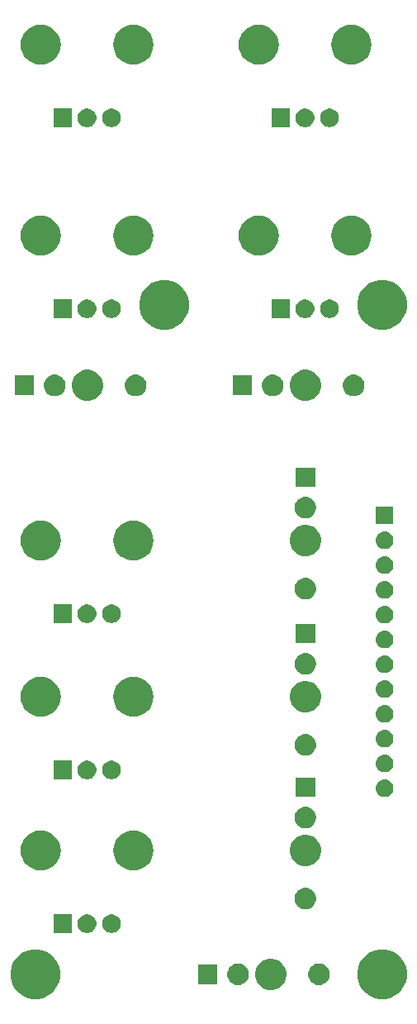
<source format=gbr>
G04 #@! TF.GenerationSoftware,KiCad,Pcbnew,(5.1.4-0-10_14)*
G04 #@! TF.CreationDate,2019-10-08T20:58:21-07:00*
G04 #@! TF.ProjectId,VCF_IO,5643465f-494f-42e6-9b69-6361645f7063,rev?*
G04 #@! TF.SameCoordinates,Original*
G04 #@! TF.FileFunction,Soldermask,Bot*
G04 #@! TF.FilePolarity,Negative*
%FSLAX46Y46*%
G04 Gerber Fmt 4.6, Leading zero omitted, Abs format (unit mm)*
G04 Created by KiCad (PCBNEW (5.1.4-0-10_14)) date 2019-10-08 20:58:21*
%MOMM*%
%LPD*%
G04 APERTURE LIST*
%ADD10C,0.100000*%
G04 APERTURE END LIST*
D10*
G36*
X103614098Y-152487033D02*
G01*
X104078350Y-152679332D01*
X104078352Y-152679333D01*
X104496168Y-152958509D01*
X104851491Y-153313832D01*
X105130667Y-153731648D01*
X105130668Y-153731650D01*
X105322967Y-154195902D01*
X105421000Y-154688747D01*
X105421000Y-155191253D01*
X105322967Y-155684098D01*
X105130668Y-156148350D01*
X105130667Y-156148352D01*
X104851491Y-156566168D01*
X104496168Y-156921491D01*
X104078352Y-157200667D01*
X104078351Y-157200668D01*
X104078350Y-157200668D01*
X103614098Y-157392967D01*
X103121253Y-157491000D01*
X102618747Y-157491000D01*
X102125902Y-157392967D01*
X101661650Y-157200668D01*
X101661649Y-157200668D01*
X101661648Y-157200667D01*
X101243832Y-156921491D01*
X100888509Y-156566168D01*
X100609333Y-156148352D01*
X100609332Y-156148350D01*
X100417033Y-155684098D01*
X100319000Y-155191253D01*
X100319000Y-154688747D01*
X100417033Y-154195902D01*
X100609332Y-153731650D01*
X100609333Y-153731648D01*
X100888509Y-153313832D01*
X101243832Y-152958509D01*
X101661648Y-152679333D01*
X101661650Y-152679332D01*
X102125902Y-152487033D01*
X102618747Y-152389000D01*
X103121253Y-152389000D01*
X103614098Y-152487033D01*
X103614098Y-152487033D01*
G37*
G36*
X68054098Y-152487033D02*
G01*
X68518350Y-152679332D01*
X68518352Y-152679333D01*
X68936168Y-152958509D01*
X69291491Y-153313832D01*
X69570667Y-153731648D01*
X69570668Y-153731650D01*
X69762967Y-154195902D01*
X69861000Y-154688747D01*
X69861000Y-155191253D01*
X69762967Y-155684098D01*
X69570668Y-156148350D01*
X69570667Y-156148352D01*
X69291491Y-156566168D01*
X68936168Y-156921491D01*
X68518352Y-157200667D01*
X68518351Y-157200668D01*
X68518350Y-157200668D01*
X68054098Y-157392967D01*
X67561253Y-157491000D01*
X67058747Y-157491000D01*
X66565902Y-157392967D01*
X66101650Y-157200668D01*
X66101649Y-157200668D01*
X66101648Y-157200667D01*
X65683832Y-156921491D01*
X65328509Y-156566168D01*
X65049333Y-156148352D01*
X65049332Y-156148350D01*
X64857033Y-155684098D01*
X64759000Y-155191253D01*
X64759000Y-154688747D01*
X64857033Y-154195902D01*
X65049332Y-153731650D01*
X65049333Y-153731648D01*
X65328509Y-153313832D01*
X65683832Y-152958509D01*
X66101648Y-152679333D01*
X66101650Y-152679332D01*
X66565902Y-152487033D01*
X67058747Y-152389000D01*
X67561253Y-152389000D01*
X68054098Y-152487033D01*
X68054098Y-152487033D01*
G37*
G36*
X91636217Y-153346665D02*
G01*
X91906995Y-153400525D01*
X92198358Y-153521212D01*
X92460578Y-153696422D01*
X92683578Y-153919422D01*
X92858788Y-154181642D01*
X92979475Y-154473005D01*
X93041000Y-154782315D01*
X93041000Y-155097685D01*
X92979475Y-155406995D01*
X92858788Y-155698358D01*
X92683578Y-155960578D01*
X92460578Y-156183578D01*
X92198358Y-156358788D01*
X91906995Y-156479475D01*
X91636217Y-156533335D01*
X91597686Y-156541000D01*
X91282314Y-156541000D01*
X91243783Y-156533335D01*
X90973005Y-156479475D01*
X90681642Y-156358788D01*
X90419422Y-156183578D01*
X90196422Y-155960578D01*
X90021212Y-155698358D01*
X89900525Y-155406995D01*
X89839000Y-155097685D01*
X89839000Y-154782315D01*
X89900525Y-154473005D01*
X90021212Y-154181642D01*
X90196422Y-153919422D01*
X90419422Y-153696422D01*
X90681642Y-153521212D01*
X90973005Y-153400525D01*
X91243783Y-153346665D01*
X91282314Y-153339000D01*
X91597686Y-153339000D01*
X91636217Y-153346665D01*
X91636217Y-153346665D01*
G37*
G36*
X88343655Y-153852591D02*
G01*
X88415525Y-153866887D01*
X88618624Y-153951013D01*
X88801409Y-154073146D01*
X88956854Y-154228591D01*
X89078987Y-154411376D01*
X89163113Y-154614475D01*
X89206000Y-154830084D01*
X89206000Y-155049916D01*
X89163113Y-155265525D01*
X89078987Y-155468624D01*
X88956854Y-155651409D01*
X88801409Y-155806854D01*
X88618624Y-155928987D01*
X88415525Y-156013113D01*
X88343655Y-156027409D01*
X88199918Y-156056000D01*
X87980082Y-156056000D01*
X87836345Y-156027409D01*
X87764475Y-156013113D01*
X87561376Y-155928987D01*
X87378591Y-155806854D01*
X87223146Y-155651409D01*
X87101013Y-155468624D01*
X87016887Y-155265525D01*
X86974000Y-155049916D01*
X86974000Y-154830084D01*
X87016887Y-154614475D01*
X87101013Y-154411376D01*
X87223146Y-154228591D01*
X87378591Y-154073146D01*
X87561376Y-153951013D01*
X87764475Y-153866887D01*
X87836345Y-153852591D01*
X87980082Y-153824000D01*
X88199918Y-153824000D01*
X88343655Y-153852591D01*
X88343655Y-153852591D01*
G37*
G36*
X96643655Y-153852591D02*
G01*
X96715525Y-153866887D01*
X96918624Y-153951013D01*
X97101409Y-154073146D01*
X97256854Y-154228591D01*
X97378987Y-154411376D01*
X97463113Y-154614475D01*
X97506000Y-154830084D01*
X97506000Y-155049916D01*
X97463113Y-155265525D01*
X97378987Y-155468624D01*
X97256854Y-155651409D01*
X97101409Y-155806854D01*
X96918624Y-155928987D01*
X96715525Y-156013113D01*
X96643655Y-156027409D01*
X96499918Y-156056000D01*
X96280082Y-156056000D01*
X96136345Y-156027409D01*
X96064475Y-156013113D01*
X95861376Y-155928987D01*
X95678591Y-155806854D01*
X95523146Y-155651409D01*
X95401013Y-155468624D01*
X95316887Y-155265525D01*
X95274000Y-155049916D01*
X95274000Y-154830084D01*
X95316887Y-154614475D01*
X95401013Y-154411376D01*
X95523146Y-154228591D01*
X95678591Y-154073146D01*
X95861376Y-153951013D01*
X96064475Y-153866887D01*
X96136345Y-153852591D01*
X96280082Y-153824000D01*
X96499918Y-153824000D01*
X96643655Y-153852591D01*
X96643655Y-153852591D01*
G37*
G36*
X85956000Y-155956000D02*
G01*
X84024000Y-155956000D01*
X84024000Y-153924000D01*
X85956000Y-153924000D01*
X85956000Y-155956000D01*
X85956000Y-155956000D01*
G37*
G36*
X72881395Y-148845546D02*
G01*
X73054466Y-148917234D01*
X73054467Y-148917235D01*
X73210227Y-149021310D01*
X73342690Y-149153773D01*
X73342691Y-149153775D01*
X73446766Y-149309534D01*
X73518454Y-149482605D01*
X73555000Y-149666333D01*
X73555000Y-149853667D01*
X73518454Y-150037395D01*
X73446766Y-150210466D01*
X73446765Y-150210467D01*
X73342690Y-150366227D01*
X73210227Y-150498690D01*
X73131818Y-150551081D01*
X73054466Y-150602766D01*
X72881395Y-150674454D01*
X72697667Y-150711000D01*
X72510333Y-150711000D01*
X72326605Y-150674454D01*
X72153534Y-150602766D01*
X72076182Y-150551081D01*
X71997773Y-150498690D01*
X71865310Y-150366227D01*
X71761235Y-150210467D01*
X71761234Y-150210466D01*
X71689546Y-150037395D01*
X71653000Y-149853667D01*
X71653000Y-149666333D01*
X71689546Y-149482605D01*
X71761234Y-149309534D01*
X71865309Y-149153775D01*
X71865310Y-149153773D01*
X71997773Y-149021310D01*
X72153533Y-148917235D01*
X72153534Y-148917234D01*
X72326605Y-148845546D01*
X72510333Y-148809000D01*
X72697667Y-148809000D01*
X72881395Y-148845546D01*
X72881395Y-148845546D01*
G37*
G36*
X71055000Y-150711000D02*
G01*
X69153000Y-150711000D01*
X69153000Y-148809000D01*
X71055000Y-148809000D01*
X71055000Y-150711000D01*
X71055000Y-150711000D01*
G37*
G36*
X75381395Y-148845546D02*
G01*
X75554466Y-148917234D01*
X75554467Y-148917235D01*
X75710227Y-149021310D01*
X75842690Y-149153773D01*
X75842691Y-149153775D01*
X75946766Y-149309534D01*
X76018454Y-149482605D01*
X76055000Y-149666333D01*
X76055000Y-149853667D01*
X76018454Y-150037395D01*
X75946766Y-150210466D01*
X75946765Y-150210467D01*
X75842690Y-150366227D01*
X75710227Y-150498690D01*
X75631818Y-150551081D01*
X75554466Y-150602766D01*
X75381395Y-150674454D01*
X75197667Y-150711000D01*
X75010333Y-150711000D01*
X74826605Y-150674454D01*
X74653534Y-150602766D01*
X74576182Y-150551081D01*
X74497773Y-150498690D01*
X74365310Y-150366227D01*
X74261235Y-150210467D01*
X74261234Y-150210466D01*
X74189546Y-150037395D01*
X74153000Y-149853667D01*
X74153000Y-149666333D01*
X74189546Y-149482605D01*
X74261234Y-149309534D01*
X74365309Y-149153775D01*
X74365310Y-149153773D01*
X74497773Y-149021310D01*
X74653533Y-148917235D01*
X74653534Y-148917234D01*
X74826605Y-148845546D01*
X75010333Y-148809000D01*
X75197667Y-148809000D01*
X75381395Y-148845546D01*
X75381395Y-148845546D01*
G37*
G36*
X95249655Y-146102591D02*
G01*
X95321525Y-146116887D01*
X95524624Y-146201013D01*
X95707409Y-146323146D01*
X95862854Y-146478591D01*
X95984987Y-146661376D01*
X96069113Y-146864475D01*
X96112000Y-147080084D01*
X96112000Y-147299916D01*
X96069113Y-147515525D01*
X95984987Y-147718624D01*
X95862854Y-147901409D01*
X95707409Y-148056854D01*
X95524624Y-148178987D01*
X95321525Y-148263113D01*
X95249655Y-148277409D01*
X95105918Y-148306000D01*
X94886082Y-148306000D01*
X94742345Y-148277409D01*
X94670475Y-148263113D01*
X94467376Y-148178987D01*
X94284591Y-148056854D01*
X94129146Y-147901409D01*
X94007013Y-147718624D01*
X93922887Y-147515525D01*
X93880000Y-147299916D01*
X93880000Y-147080084D01*
X93922887Y-146864475D01*
X94007013Y-146661376D01*
X94129146Y-146478591D01*
X94284591Y-146323146D01*
X94467376Y-146201013D01*
X94670475Y-146116887D01*
X94742345Y-146102591D01*
X94886082Y-146074000D01*
X95105918Y-146074000D01*
X95249655Y-146102591D01*
X95249655Y-146102591D01*
G37*
G36*
X68055189Y-140218892D02*
G01*
X68256066Y-140238677D01*
X68642681Y-140355955D01*
X68642684Y-140355956D01*
X68998983Y-140546402D01*
X68998986Y-140546404D01*
X68998987Y-140546405D01*
X69311293Y-140802707D01*
X69567595Y-141115013D01*
X69567598Y-141115017D01*
X69758044Y-141471316D01*
X69758045Y-141471319D01*
X69875323Y-141857934D01*
X69914923Y-142260000D01*
X69875323Y-142662066D01*
X69773310Y-142998358D01*
X69758044Y-143048684D01*
X69567598Y-143404983D01*
X69567596Y-143404986D01*
X69567595Y-143404987D01*
X69311293Y-143717293D01*
X68998987Y-143973595D01*
X68998983Y-143973598D01*
X68642684Y-144164044D01*
X68642681Y-144164045D01*
X68256066Y-144281323D01*
X68055189Y-144301108D01*
X67954751Y-144311000D01*
X67753249Y-144311000D01*
X67652811Y-144301108D01*
X67451934Y-144281323D01*
X67065319Y-144164045D01*
X67065316Y-144164044D01*
X66709017Y-143973598D01*
X66709013Y-143973595D01*
X66396707Y-143717293D01*
X66140405Y-143404987D01*
X66140404Y-143404986D01*
X66140402Y-143404983D01*
X65949956Y-143048684D01*
X65934690Y-142998358D01*
X65832677Y-142662066D01*
X65793077Y-142260000D01*
X65832677Y-141857934D01*
X65949955Y-141471319D01*
X65949956Y-141471316D01*
X66140402Y-141115017D01*
X66140405Y-141115013D01*
X66396707Y-140802707D01*
X66709013Y-140546405D01*
X66709014Y-140546404D01*
X66709017Y-140546402D01*
X67065316Y-140355956D01*
X67065319Y-140355955D01*
X67451934Y-140238677D01*
X67652811Y-140218892D01*
X67753249Y-140209000D01*
X67954751Y-140209000D01*
X68055189Y-140218892D01*
X68055189Y-140218892D01*
G37*
G36*
X77555189Y-140218892D02*
G01*
X77756066Y-140238677D01*
X78142681Y-140355955D01*
X78142684Y-140355956D01*
X78498983Y-140546402D01*
X78498986Y-140546404D01*
X78498987Y-140546405D01*
X78811293Y-140802707D01*
X79067595Y-141115013D01*
X79067598Y-141115017D01*
X79258044Y-141471316D01*
X79258045Y-141471319D01*
X79375323Y-141857934D01*
X79414923Y-142260000D01*
X79375323Y-142662066D01*
X79273310Y-142998358D01*
X79258044Y-143048684D01*
X79067598Y-143404983D01*
X79067596Y-143404986D01*
X79067595Y-143404987D01*
X78811293Y-143717293D01*
X78498987Y-143973595D01*
X78498983Y-143973598D01*
X78142684Y-144164044D01*
X78142681Y-144164045D01*
X77756066Y-144281323D01*
X77555189Y-144301108D01*
X77454751Y-144311000D01*
X77253249Y-144311000D01*
X77152811Y-144301108D01*
X76951934Y-144281323D01*
X76565319Y-144164045D01*
X76565316Y-144164044D01*
X76209017Y-143973598D01*
X76209013Y-143973595D01*
X75896707Y-143717293D01*
X75640405Y-143404987D01*
X75640404Y-143404986D01*
X75640402Y-143404983D01*
X75449956Y-143048684D01*
X75434690Y-142998358D01*
X75332677Y-142662066D01*
X75293077Y-142260000D01*
X75332677Y-141857934D01*
X75449955Y-141471319D01*
X75449956Y-141471316D01*
X75640402Y-141115017D01*
X75640405Y-141115013D01*
X75896707Y-140802707D01*
X76209013Y-140546405D01*
X76209014Y-140546404D01*
X76209017Y-140546402D01*
X76565316Y-140355956D01*
X76565319Y-140355955D01*
X76951934Y-140238677D01*
X77152811Y-140218892D01*
X77253249Y-140209000D01*
X77454751Y-140209000D01*
X77555189Y-140218892D01*
X77555189Y-140218892D01*
G37*
G36*
X95192217Y-140646665D02*
G01*
X95462995Y-140700525D01*
X95754358Y-140821212D01*
X96016578Y-140996422D01*
X96239578Y-141219422D01*
X96414788Y-141481642D01*
X96535475Y-141773005D01*
X96597000Y-142082315D01*
X96597000Y-142397685D01*
X96535475Y-142706995D01*
X96414788Y-142998358D01*
X96239578Y-143260578D01*
X96016578Y-143483578D01*
X95754358Y-143658788D01*
X95462995Y-143779475D01*
X95192217Y-143833335D01*
X95153686Y-143841000D01*
X94838314Y-143841000D01*
X94799783Y-143833335D01*
X94529005Y-143779475D01*
X94237642Y-143658788D01*
X93975422Y-143483578D01*
X93752422Y-143260578D01*
X93577212Y-142998358D01*
X93456525Y-142706995D01*
X93395000Y-142397685D01*
X93395000Y-142082315D01*
X93456525Y-141773005D01*
X93577212Y-141481642D01*
X93752422Y-141219422D01*
X93975422Y-140996422D01*
X94237642Y-140821212D01*
X94529005Y-140700525D01*
X94799783Y-140646665D01*
X94838314Y-140639000D01*
X95153686Y-140639000D01*
X95192217Y-140646665D01*
X95192217Y-140646665D01*
G37*
G36*
X95249655Y-137802591D02*
G01*
X95321525Y-137816887D01*
X95524624Y-137901013D01*
X95707409Y-138023146D01*
X95862854Y-138178591D01*
X95984987Y-138361376D01*
X96069113Y-138564475D01*
X96112000Y-138780084D01*
X96112000Y-138999916D01*
X96069113Y-139215525D01*
X95984987Y-139418624D01*
X95862854Y-139601409D01*
X95707409Y-139756854D01*
X95524624Y-139878987D01*
X95321525Y-139963113D01*
X95249655Y-139977409D01*
X95105918Y-140006000D01*
X94886082Y-140006000D01*
X94742345Y-139977409D01*
X94670475Y-139963113D01*
X94467376Y-139878987D01*
X94284591Y-139756854D01*
X94129146Y-139601409D01*
X94007013Y-139418624D01*
X93922887Y-139215525D01*
X93880000Y-138999916D01*
X93880000Y-138780084D01*
X93922887Y-138564475D01*
X94007013Y-138361376D01*
X94129146Y-138178591D01*
X94284591Y-138023146D01*
X94467376Y-137901013D01*
X94670475Y-137816887D01*
X94742345Y-137802591D01*
X94886082Y-137774000D01*
X95105918Y-137774000D01*
X95249655Y-137802591D01*
X95249655Y-137802591D01*
G37*
G36*
X103234442Y-134995518D02*
G01*
X103300627Y-135002037D01*
X103470466Y-135053557D01*
X103626991Y-135137222D01*
X103662729Y-135166552D01*
X103764186Y-135249814D01*
X103847448Y-135351271D01*
X103876778Y-135387009D01*
X103960443Y-135543534D01*
X104011963Y-135713373D01*
X104029359Y-135890000D01*
X104011963Y-136066627D01*
X103960443Y-136236466D01*
X103876778Y-136392991D01*
X103847448Y-136428729D01*
X103764186Y-136530186D01*
X103662729Y-136613448D01*
X103626991Y-136642778D01*
X103470466Y-136726443D01*
X103300627Y-136777963D01*
X103234442Y-136784482D01*
X103168260Y-136791000D01*
X103079740Y-136791000D01*
X103013558Y-136784482D01*
X102947373Y-136777963D01*
X102777534Y-136726443D01*
X102621009Y-136642778D01*
X102585271Y-136613448D01*
X102483814Y-136530186D01*
X102400552Y-136428729D01*
X102371222Y-136392991D01*
X102287557Y-136236466D01*
X102236037Y-136066627D01*
X102218641Y-135890000D01*
X102236037Y-135713373D01*
X102287557Y-135543534D01*
X102371222Y-135387009D01*
X102400552Y-135351271D01*
X102483814Y-135249814D01*
X102585271Y-135166552D01*
X102621009Y-135137222D01*
X102777534Y-135053557D01*
X102947373Y-135002037D01*
X103013558Y-134995518D01*
X103079740Y-134989000D01*
X103168260Y-134989000D01*
X103234442Y-134995518D01*
X103234442Y-134995518D01*
G37*
G36*
X96012000Y-136756000D02*
G01*
X93980000Y-136756000D01*
X93980000Y-134824000D01*
X96012000Y-134824000D01*
X96012000Y-136756000D01*
X96012000Y-136756000D01*
G37*
G36*
X71055000Y-134963000D02*
G01*
X69153000Y-134963000D01*
X69153000Y-133061000D01*
X71055000Y-133061000D01*
X71055000Y-134963000D01*
X71055000Y-134963000D01*
G37*
G36*
X72881395Y-133097546D02*
G01*
X73054466Y-133169234D01*
X73054467Y-133169235D01*
X73210227Y-133273310D01*
X73342690Y-133405773D01*
X73342691Y-133405775D01*
X73446766Y-133561534D01*
X73518454Y-133734605D01*
X73555000Y-133918333D01*
X73555000Y-134105667D01*
X73518454Y-134289395D01*
X73446766Y-134462466D01*
X73446765Y-134462467D01*
X73342690Y-134618227D01*
X73210227Y-134750690D01*
X73131818Y-134803081D01*
X73054466Y-134854766D01*
X72881395Y-134926454D01*
X72697667Y-134963000D01*
X72510333Y-134963000D01*
X72326605Y-134926454D01*
X72153534Y-134854766D01*
X72076182Y-134803081D01*
X71997773Y-134750690D01*
X71865310Y-134618227D01*
X71761235Y-134462467D01*
X71761234Y-134462466D01*
X71689546Y-134289395D01*
X71653000Y-134105667D01*
X71653000Y-133918333D01*
X71689546Y-133734605D01*
X71761234Y-133561534D01*
X71865309Y-133405775D01*
X71865310Y-133405773D01*
X71997773Y-133273310D01*
X72153533Y-133169235D01*
X72153534Y-133169234D01*
X72326605Y-133097546D01*
X72510333Y-133061000D01*
X72697667Y-133061000D01*
X72881395Y-133097546D01*
X72881395Y-133097546D01*
G37*
G36*
X75381395Y-133097546D02*
G01*
X75554466Y-133169234D01*
X75554467Y-133169235D01*
X75710227Y-133273310D01*
X75842690Y-133405773D01*
X75842691Y-133405775D01*
X75946766Y-133561534D01*
X76018454Y-133734605D01*
X76055000Y-133918333D01*
X76055000Y-134105667D01*
X76018454Y-134289395D01*
X75946766Y-134462466D01*
X75946765Y-134462467D01*
X75842690Y-134618227D01*
X75710227Y-134750690D01*
X75631818Y-134803081D01*
X75554466Y-134854766D01*
X75381395Y-134926454D01*
X75197667Y-134963000D01*
X75010333Y-134963000D01*
X74826605Y-134926454D01*
X74653534Y-134854766D01*
X74576182Y-134803081D01*
X74497773Y-134750690D01*
X74365310Y-134618227D01*
X74261235Y-134462467D01*
X74261234Y-134462466D01*
X74189546Y-134289395D01*
X74153000Y-134105667D01*
X74153000Y-133918333D01*
X74189546Y-133734605D01*
X74261234Y-133561534D01*
X74365309Y-133405775D01*
X74365310Y-133405773D01*
X74497773Y-133273310D01*
X74653533Y-133169235D01*
X74653534Y-133169234D01*
X74826605Y-133097546D01*
X75010333Y-133061000D01*
X75197667Y-133061000D01*
X75381395Y-133097546D01*
X75381395Y-133097546D01*
G37*
G36*
X103234442Y-132455518D02*
G01*
X103300627Y-132462037D01*
X103470466Y-132513557D01*
X103626991Y-132597222D01*
X103662729Y-132626552D01*
X103764186Y-132709814D01*
X103847448Y-132811271D01*
X103876778Y-132847009D01*
X103960443Y-133003534D01*
X104011963Y-133173373D01*
X104029359Y-133350000D01*
X104011963Y-133526627D01*
X103960443Y-133696466D01*
X103876778Y-133852991D01*
X103847448Y-133888729D01*
X103764186Y-133990186D01*
X103662729Y-134073448D01*
X103626991Y-134102778D01*
X103470466Y-134186443D01*
X103300627Y-134237963D01*
X103234443Y-134244481D01*
X103168260Y-134251000D01*
X103079740Y-134251000D01*
X103013557Y-134244481D01*
X102947373Y-134237963D01*
X102777534Y-134186443D01*
X102621009Y-134102778D01*
X102585271Y-134073448D01*
X102483814Y-133990186D01*
X102400552Y-133888729D01*
X102371222Y-133852991D01*
X102287557Y-133696466D01*
X102236037Y-133526627D01*
X102218641Y-133350000D01*
X102236037Y-133173373D01*
X102287557Y-133003534D01*
X102371222Y-132847009D01*
X102400552Y-132811271D01*
X102483814Y-132709814D01*
X102585271Y-132626552D01*
X102621009Y-132597222D01*
X102777534Y-132513557D01*
X102947373Y-132462037D01*
X103013558Y-132455518D01*
X103079740Y-132449000D01*
X103168260Y-132449000D01*
X103234442Y-132455518D01*
X103234442Y-132455518D01*
G37*
G36*
X95249655Y-130354591D02*
G01*
X95321525Y-130368887D01*
X95524624Y-130453013D01*
X95707409Y-130575146D01*
X95862854Y-130730591D01*
X95984987Y-130913376D01*
X96015328Y-130986627D01*
X96069113Y-131116476D01*
X96112000Y-131332082D01*
X96112000Y-131551918D01*
X96093198Y-131646442D01*
X96069113Y-131767525D01*
X95984987Y-131970624D01*
X95862854Y-132153409D01*
X95707409Y-132308854D01*
X95524624Y-132430987D01*
X95321525Y-132515113D01*
X95249655Y-132529409D01*
X95105918Y-132558000D01*
X94886082Y-132558000D01*
X94742345Y-132529409D01*
X94670475Y-132515113D01*
X94467376Y-132430987D01*
X94284591Y-132308854D01*
X94129146Y-132153409D01*
X94007013Y-131970624D01*
X93922887Y-131767525D01*
X93898802Y-131646442D01*
X93880000Y-131551918D01*
X93880000Y-131332082D01*
X93922887Y-131116476D01*
X93976672Y-130986627D01*
X94007013Y-130913376D01*
X94129146Y-130730591D01*
X94284591Y-130575146D01*
X94467376Y-130453013D01*
X94670475Y-130368887D01*
X94742345Y-130354591D01*
X94886082Y-130326000D01*
X95105918Y-130326000D01*
X95249655Y-130354591D01*
X95249655Y-130354591D01*
G37*
G36*
X103234442Y-129915518D02*
G01*
X103300627Y-129922037D01*
X103470466Y-129973557D01*
X103626991Y-130057222D01*
X103662729Y-130086552D01*
X103764186Y-130169814D01*
X103847448Y-130271271D01*
X103876778Y-130307009D01*
X103960443Y-130463534D01*
X104011963Y-130633373D01*
X104029359Y-130810000D01*
X104011963Y-130986627D01*
X103960443Y-131156466D01*
X103876778Y-131312991D01*
X103847448Y-131348729D01*
X103764186Y-131450186D01*
X103662729Y-131533448D01*
X103626991Y-131562778D01*
X103470466Y-131646443D01*
X103300627Y-131697963D01*
X103234443Y-131704481D01*
X103168260Y-131711000D01*
X103079740Y-131711000D01*
X103013557Y-131704481D01*
X102947373Y-131697963D01*
X102777534Y-131646443D01*
X102621009Y-131562778D01*
X102585271Y-131533448D01*
X102483814Y-131450186D01*
X102400552Y-131348729D01*
X102371222Y-131312991D01*
X102287557Y-131156466D01*
X102236037Y-130986627D01*
X102218641Y-130810000D01*
X102236037Y-130633373D01*
X102287557Y-130463534D01*
X102371222Y-130307009D01*
X102400552Y-130271271D01*
X102483814Y-130169814D01*
X102585271Y-130086552D01*
X102621009Y-130057222D01*
X102777534Y-129973557D01*
X102947373Y-129922037D01*
X103013558Y-129915518D01*
X103079740Y-129909000D01*
X103168260Y-129909000D01*
X103234442Y-129915518D01*
X103234442Y-129915518D01*
G37*
G36*
X103234442Y-127375518D02*
G01*
X103300627Y-127382037D01*
X103470466Y-127433557D01*
X103626991Y-127517222D01*
X103662729Y-127546552D01*
X103764186Y-127629814D01*
X103847448Y-127731271D01*
X103876778Y-127767009D01*
X103960443Y-127923534D01*
X104011963Y-128093373D01*
X104029359Y-128270000D01*
X104011963Y-128446627D01*
X103960443Y-128616466D01*
X103876778Y-128772991D01*
X103847448Y-128808729D01*
X103764186Y-128910186D01*
X103662729Y-128993448D01*
X103626991Y-129022778D01*
X103470466Y-129106443D01*
X103300627Y-129157963D01*
X103234442Y-129164482D01*
X103168260Y-129171000D01*
X103079740Y-129171000D01*
X103013558Y-129164482D01*
X102947373Y-129157963D01*
X102777534Y-129106443D01*
X102621009Y-129022778D01*
X102585271Y-128993448D01*
X102483814Y-128910186D01*
X102400552Y-128808729D01*
X102371222Y-128772991D01*
X102287557Y-128616466D01*
X102236037Y-128446627D01*
X102218641Y-128270000D01*
X102236037Y-128093373D01*
X102287557Y-127923534D01*
X102371222Y-127767009D01*
X102400552Y-127731271D01*
X102483814Y-127629814D01*
X102585271Y-127546552D01*
X102621009Y-127517222D01*
X102777534Y-127433557D01*
X102947373Y-127382037D01*
X103013558Y-127375518D01*
X103079740Y-127369000D01*
X103168260Y-127369000D01*
X103234442Y-127375518D01*
X103234442Y-127375518D01*
G37*
G36*
X77555189Y-124470892D02*
G01*
X77756066Y-124490677D01*
X78142681Y-124607955D01*
X78142684Y-124607956D01*
X78498983Y-124798402D01*
X78498986Y-124798404D01*
X78498987Y-124798405D01*
X78811293Y-125054707D01*
X79067595Y-125367013D01*
X79067598Y-125367017D01*
X79258044Y-125723316D01*
X79258045Y-125723319D01*
X79375323Y-126109934D01*
X79414923Y-126512000D01*
X79375323Y-126914066D01*
X79273310Y-127250358D01*
X79258044Y-127300684D01*
X79067598Y-127656983D01*
X79067596Y-127656986D01*
X79067595Y-127656987D01*
X78811293Y-127969293D01*
X78498987Y-128225595D01*
X78498983Y-128225598D01*
X78142684Y-128416044D01*
X78142681Y-128416045D01*
X77756066Y-128533323D01*
X77555189Y-128553108D01*
X77454751Y-128563000D01*
X77253249Y-128563000D01*
X77152811Y-128553108D01*
X76951934Y-128533323D01*
X76565319Y-128416045D01*
X76565316Y-128416044D01*
X76209017Y-128225598D01*
X76209013Y-128225595D01*
X75896707Y-127969293D01*
X75640405Y-127656987D01*
X75640404Y-127656986D01*
X75640402Y-127656983D01*
X75449956Y-127300684D01*
X75434690Y-127250358D01*
X75332677Y-126914066D01*
X75293077Y-126512000D01*
X75332677Y-126109934D01*
X75449955Y-125723319D01*
X75449956Y-125723316D01*
X75640402Y-125367017D01*
X75640405Y-125367013D01*
X75896707Y-125054707D01*
X76209013Y-124798405D01*
X76209014Y-124798404D01*
X76209017Y-124798402D01*
X76565316Y-124607956D01*
X76565319Y-124607955D01*
X76951934Y-124490677D01*
X77152811Y-124470892D01*
X77253249Y-124461000D01*
X77454751Y-124461000D01*
X77555189Y-124470892D01*
X77555189Y-124470892D01*
G37*
G36*
X68055189Y-124470892D02*
G01*
X68256066Y-124490677D01*
X68642681Y-124607955D01*
X68642684Y-124607956D01*
X68998983Y-124798402D01*
X68998986Y-124798404D01*
X68998987Y-124798405D01*
X69311293Y-125054707D01*
X69567595Y-125367013D01*
X69567598Y-125367017D01*
X69758044Y-125723316D01*
X69758045Y-125723319D01*
X69875323Y-126109934D01*
X69914923Y-126512000D01*
X69875323Y-126914066D01*
X69773310Y-127250358D01*
X69758044Y-127300684D01*
X69567598Y-127656983D01*
X69567596Y-127656986D01*
X69567595Y-127656987D01*
X69311293Y-127969293D01*
X68998987Y-128225595D01*
X68998983Y-128225598D01*
X68642684Y-128416044D01*
X68642681Y-128416045D01*
X68256066Y-128533323D01*
X68055189Y-128553108D01*
X67954751Y-128563000D01*
X67753249Y-128563000D01*
X67652811Y-128553108D01*
X67451934Y-128533323D01*
X67065319Y-128416045D01*
X67065316Y-128416044D01*
X66709017Y-128225598D01*
X66709013Y-128225595D01*
X66396707Y-127969293D01*
X66140405Y-127656987D01*
X66140404Y-127656986D01*
X66140402Y-127656983D01*
X65949956Y-127300684D01*
X65934690Y-127250358D01*
X65832677Y-126914066D01*
X65793077Y-126512000D01*
X65832677Y-126109934D01*
X65949955Y-125723319D01*
X65949956Y-125723316D01*
X66140402Y-125367017D01*
X66140405Y-125367013D01*
X66396707Y-125054707D01*
X66709013Y-124798405D01*
X66709014Y-124798404D01*
X66709017Y-124798402D01*
X67065316Y-124607956D01*
X67065319Y-124607955D01*
X67451934Y-124490677D01*
X67652811Y-124470892D01*
X67753249Y-124461000D01*
X67954751Y-124461000D01*
X68055189Y-124470892D01*
X68055189Y-124470892D01*
G37*
G36*
X95192217Y-124898665D02*
G01*
X95462995Y-124952525D01*
X95754358Y-125073212D01*
X96016578Y-125248422D01*
X96239578Y-125471422D01*
X96414788Y-125733642D01*
X96535475Y-126025005D01*
X96597000Y-126334315D01*
X96597000Y-126649685D01*
X96535475Y-126958995D01*
X96414788Y-127250358D01*
X96239578Y-127512578D01*
X96016578Y-127735578D01*
X95754358Y-127910788D01*
X95462995Y-128031475D01*
X95192217Y-128085335D01*
X95153686Y-128093000D01*
X94838314Y-128093000D01*
X94799783Y-128085335D01*
X94529005Y-128031475D01*
X94237642Y-127910788D01*
X93975422Y-127735578D01*
X93752422Y-127512578D01*
X93577212Y-127250358D01*
X93456525Y-126958995D01*
X93395000Y-126649685D01*
X93395000Y-126334315D01*
X93456525Y-126025005D01*
X93577212Y-125733642D01*
X93752422Y-125471422D01*
X93975422Y-125248422D01*
X94237642Y-125073212D01*
X94529005Y-124952525D01*
X94799783Y-124898665D01*
X94838314Y-124891000D01*
X95153686Y-124891000D01*
X95192217Y-124898665D01*
X95192217Y-124898665D01*
G37*
G36*
X103234443Y-124835519D02*
G01*
X103300627Y-124842037D01*
X103470466Y-124893557D01*
X103626991Y-124977222D01*
X103662729Y-125006552D01*
X103764186Y-125089814D01*
X103847448Y-125191271D01*
X103876778Y-125227009D01*
X103960443Y-125383534D01*
X104011963Y-125553373D01*
X104029359Y-125730000D01*
X104011963Y-125906627D01*
X103960443Y-126076466D01*
X103876778Y-126232991D01*
X103847448Y-126268729D01*
X103764186Y-126370186D01*
X103662729Y-126453448D01*
X103626991Y-126482778D01*
X103470466Y-126566443D01*
X103300627Y-126617963D01*
X103234442Y-126624482D01*
X103168260Y-126631000D01*
X103079740Y-126631000D01*
X103013558Y-126624482D01*
X102947373Y-126617963D01*
X102777534Y-126566443D01*
X102621009Y-126482778D01*
X102585271Y-126453448D01*
X102483814Y-126370186D01*
X102400552Y-126268729D01*
X102371222Y-126232991D01*
X102287557Y-126076466D01*
X102236037Y-125906627D01*
X102218641Y-125730000D01*
X102236037Y-125553373D01*
X102287557Y-125383534D01*
X102371222Y-125227009D01*
X102400552Y-125191271D01*
X102483814Y-125089814D01*
X102585271Y-125006552D01*
X102621009Y-124977222D01*
X102777534Y-124893557D01*
X102947373Y-124842037D01*
X103013557Y-124835519D01*
X103079740Y-124829000D01*
X103168260Y-124829000D01*
X103234443Y-124835519D01*
X103234443Y-124835519D01*
G37*
G36*
X95249655Y-122054591D02*
G01*
X95321525Y-122068887D01*
X95524624Y-122153013D01*
X95707409Y-122275146D01*
X95862854Y-122430591D01*
X95984987Y-122613376D01*
X96015487Y-122687011D01*
X96069113Y-122816476D01*
X96108279Y-123013373D01*
X96112000Y-123032084D01*
X96112000Y-123251916D01*
X96069113Y-123467525D01*
X95984987Y-123670624D01*
X95862854Y-123853409D01*
X95707409Y-124008854D01*
X95524624Y-124130987D01*
X95321525Y-124215113D01*
X95249655Y-124229409D01*
X95105918Y-124258000D01*
X94886082Y-124258000D01*
X94742345Y-124229409D01*
X94670475Y-124215113D01*
X94467376Y-124130987D01*
X94284591Y-124008854D01*
X94129146Y-123853409D01*
X94007013Y-123670624D01*
X93922887Y-123467525D01*
X93880000Y-123251916D01*
X93880000Y-123032084D01*
X93883722Y-123013373D01*
X93922887Y-122816476D01*
X93976513Y-122687011D01*
X94007013Y-122613376D01*
X94129146Y-122430591D01*
X94284591Y-122275146D01*
X94467376Y-122153013D01*
X94670475Y-122068887D01*
X94742345Y-122054591D01*
X94886082Y-122026000D01*
X95105918Y-122026000D01*
X95249655Y-122054591D01*
X95249655Y-122054591D01*
G37*
G36*
X103234443Y-122295519D02*
G01*
X103300627Y-122302037D01*
X103470466Y-122353557D01*
X103626991Y-122437222D01*
X103662729Y-122466552D01*
X103764186Y-122549814D01*
X103847448Y-122651271D01*
X103876778Y-122687009D01*
X103960443Y-122843534D01*
X104011963Y-123013373D01*
X104029359Y-123190000D01*
X104011963Y-123366627D01*
X103960443Y-123536466D01*
X103876778Y-123692991D01*
X103847448Y-123728729D01*
X103764186Y-123830186D01*
X103662729Y-123913448D01*
X103626991Y-123942778D01*
X103626989Y-123942779D01*
X103503373Y-124008854D01*
X103470466Y-124026443D01*
X103300627Y-124077963D01*
X103234442Y-124084482D01*
X103168260Y-124091000D01*
X103079740Y-124091000D01*
X103013558Y-124084482D01*
X102947373Y-124077963D01*
X102777534Y-124026443D01*
X102744628Y-124008854D01*
X102621011Y-123942779D01*
X102621009Y-123942778D01*
X102585271Y-123913448D01*
X102483814Y-123830186D01*
X102400552Y-123728729D01*
X102371222Y-123692991D01*
X102287557Y-123536466D01*
X102236037Y-123366627D01*
X102218641Y-123190000D01*
X102236037Y-123013373D01*
X102287557Y-122843534D01*
X102371222Y-122687009D01*
X102400552Y-122651271D01*
X102483814Y-122549814D01*
X102585271Y-122466552D01*
X102621009Y-122437222D01*
X102777534Y-122353557D01*
X102947373Y-122302037D01*
X103013557Y-122295519D01*
X103079740Y-122289000D01*
X103168260Y-122289000D01*
X103234443Y-122295519D01*
X103234443Y-122295519D01*
G37*
G36*
X103234442Y-119755518D02*
G01*
X103300627Y-119762037D01*
X103470466Y-119813557D01*
X103626991Y-119897222D01*
X103662729Y-119926552D01*
X103764186Y-120009814D01*
X103847448Y-120111271D01*
X103876778Y-120147009D01*
X103960443Y-120303534D01*
X104011963Y-120473373D01*
X104029359Y-120650000D01*
X104011963Y-120826627D01*
X103960443Y-120996466D01*
X103876778Y-121152991D01*
X103847448Y-121188729D01*
X103764186Y-121290186D01*
X103662729Y-121373448D01*
X103626991Y-121402778D01*
X103470466Y-121486443D01*
X103300627Y-121537963D01*
X103234443Y-121544481D01*
X103168260Y-121551000D01*
X103079740Y-121551000D01*
X103013557Y-121544481D01*
X102947373Y-121537963D01*
X102777534Y-121486443D01*
X102621009Y-121402778D01*
X102585271Y-121373448D01*
X102483814Y-121290186D01*
X102400552Y-121188729D01*
X102371222Y-121152991D01*
X102287557Y-120996466D01*
X102236037Y-120826627D01*
X102218641Y-120650000D01*
X102236037Y-120473373D01*
X102287557Y-120303534D01*
X102371222Y-120147009D01*
X102400552Y-120111271D01*
X102483814Y-120009814D01*
X102585271Y-119926552D01*
X102621009Y-119897222D01*
X102777534Y-119813557D01*
X102947373Y-119762037D01*
X103013558Y-119755518D01*
X103079740Y-119749000D01*
X103168260Y-119749000D01*
X103234442Y-119755518D01*
X103234442Y-119755518D01*
G37*
G36*
X96012000Y-121008000D02*
G01*
X93980000Y-121008000D01*
X93980000Y-119076000D01*
X96012000Y-119076000D01*
X96012000Y-121008000D01*
X96012000Y-121008000D01*
G37*
G36*
X103234443Y-117215519D02*
G01*
X103300627Y-117222037D01*
X103470466Y-117273557D01*
X103626991Y-117357222D01*
X103662729Y-117386552D01*
X103764186Y-117469814D01*
X103837815Y-117559533D01*
X103876778Y-117607009D01*
X103960443Y-117763534D01*
X104011963Y-117933373D01*
X104029359Y-118110000D01*
X104011963Y-118286627D01*
X103960443Y-118456466D01*
X103876778Y-118612991D01*
X103874122Y-118616227D01*
X103764186Y-118750186D01*
X103662729Y-118833448D01*
X103626991Y-118862778D01*
X103470466Y-118946443D01*
X103300627Y-118997963D01*
X103234443Y-119004481D01*
X103168260Y-119011000D01*
X103079740Y-119011000D01*
X103013557Y-119004481D01*
X102947373Y-118997963D01*
X102777534Y-118946443D01*
X102621009Y-118862778D01*
X102585271Y-118833448D01*
X102483814Y-118750186D01*
X102373878Y-118616227D01*
X102371222Y-118612991D01*
X102287557Y-118456466D01*
X102236037Y-118286627D01*
X102218641Y-118110000D01*
X102236037Y-117933373D01*
X102287557Y-117763534D01*
X102371222Y-117607009D01*
X102410185Y-117559533D01*
X102483814Y-117469814D01*
X102585271Y-117386552D01*
X102621009Y-117357222D01*
X102777534Y-117273557D01*
X102947373Y-117222037D01*
X103013557Y-117215519D01*
X103079740Y-117209000D01*
X103168260Y-117209000D01*
X103234443Y-117215519D01*
X103234443Y-117215519D01*
G37*
G36*
X71055000Y-118961000D02*
G01*
X69153000Y-118961000D01*
X69153000Y-117059000D01*
X71055000Y-117059000D01*
X71055000Y-118961000D01*
X71055000Y-118961000D01*
G37*
G36*
X72881395Y-117095546D02*
G01*
X73054466Y-117167234D01*
X73054467Y-117167235D01*
X73210227Y-117271310D01*
X73342690Y-117403773D01*
X73342691Y-117403775D01*
X73446766Y-117559534D01*
X73518454Y-117732605D01*
X73555000Y-117916333D01*
X73555000Y-118103667D01*
X73518454Y-118287395D01*
X73446766Y-118460466D01*
X73446765Y-118460467D01*
X73342690Y-118616227D01*
X73210227Y-118748690D01*
X73207988Y-118750186D01*
X73054466Y-118852766D01*
X72881395Y-118924454D01*
X72697667Y-118961000D01*
X72510333Y-118961000D01*
X72326605Y-118924454D01*
X72153534Y-118852766D01*
X72000012Y-118750186D01*
X71997773Y-118748690D01*
X71865310Y-118616227D01*
X71761235Y-118460467D01*
X71761234Y-118460466D01*
X71689546Y-118287395D01*
X71653000Y-118103667D01*
X71653000Y-117916333D01*
X71689546Y-117732605D01*
X71761234Y-117559534D01*
X71865309Y-117403775D01*
X71865310Y-117403773D01*
X71997773Y-117271310D01*
X72153533Y-117167235D01*
X72153534Y-117167234D01*
X72326605Y-117095546D01*
X72510333Y-117059000D01*
X72697667Y-117059000D01*
X72881395Y-117095546D01*
X72881395Y-117095546D01*
G37*
G36*
X75381395Y-117095546D02*
G01*
X75554466Y-117167234D01*
X75554467Y-117167235D01*
X75710227Y-117271310D01*
X75842690Y-117403773D01*
X75842691Y-117403775D01*
X75946766Y-117559534D01*
X76018454Y-117732605D01*
X76055000Y-117916333D01*
X76055000Y-118103667D01*
X76018454Y-118287395D01*
X75946766Y-118460466D01*
X75946765Y-118460467D01*
X75842690Y-118616227D01*
X75710227Y-118748690D01*
X75707988Y-118750186D01*
X75554466Y-118852766D01*
X75381395Y-118924454D01*
X75197667Y-118961000D01*
X75010333Y-118961000D01*
X74826605Y-118924454D01*
X74653534Y-118852766D01*
X74500012Y-118750186D01*
X74497773Y-118748690D01*
X74365310Y-118616227D01*
X74261235Y-118460467D01*
X74261234Y-118460466D01*
X74189546Y-118287395D01*
X74153000Y-118103667D01*
X74153000Y-117916333D01*
X74189546Y-117732605D01*
X74261234Y-117559534D01*
X74365309Y-117403775D01*
X74365310Y-117403773D01*
X74497773Y-117271310D01*
X74653533Y-117167235D01*
X74653534Y-117167234D01*
X74826605Y-117095546D01*
X75010333Y-117059000D01*
X75197667Y-117059000D01*
X75381395Y-117095546D01*
X75381395Y-117095546D01*
G37*
G36*
X95249655Y-114352591D02*
G01*
X95321525Y-114366887D01*
X95524624Y-114451013D01*
X95707409Y-114573146D01*
X95862854Y-114728591D01*
X95984987Y-114911376D01*
X96069113Y-115114475D01*
X96112000Y-115330084D01*
X96112000Y-115549916D01*
X96069113Y-115765525D01*
X95984987Y-115968624D01*
X95862854Y-116151409D01*
X95707409Y-116306854D01*
X95524624Y-116428987D01*
X95321525Y-116513113D01*
X95249655Y-116527409D01*
X95105918Y-116556000D01*
X94886082Y-116556000D01*
X94742345Y-116527409D01*
X94670475Y-116513113D01*
X94467376Y-116428987D01*
X94284591Y-116306854D01*
X94129146Y-116151409D01*
X94007013Y-115968624D01*
X93922887Y-115765525D01*
X93880000Y-115549916D01*
X93880000Y-115330084D01*
X93922887Y-115114475D01*
X94007013Y-114911376D01*
X94129146Y-114728591D01*
X94284591Y-114573146D01*
X94467376Y-114451013D01*
X94670475Y-114366887D01*
X94742345Y-114352591D01*
X94886082Y-114324000D01*
X95105918Y-114324000D01*
X95249655Y-114352591D01*
X95249655Y-114352591D01*
G37*
G36*
X103234443Y-114675519D02*
G01*
X103300627Y-114682037D01*
X103470466Y-114733557D01*
X103626991Y-114817222D01*
X103662729Y-114846552D01*
X103764186Y-114929814D01*
X103847448Y-115031271D01*
X103876778Y-115067009D01*
X103960443Y-115223534D01*
X104011963Y-115393373D01*
X104029359Y-115570000D01*
X104011963Y-115746627D01*
X103960443Y-115916466D01*
X103876778Y-116072991D01*
X103847448Y-116108729D01*
X103764186Y-116210186D01*
X103662729Y-116293448D01*
X103626991Y-116322778D01*
X103470466Y-116406443D01*
X103300627Y-116457963D01*
X103234442Y-116464482D01*
X103168260Y-116471000D01*
X103079740Y-116471000D01*
X103013558Y-116464482D01*
X102947373Y-116457963D01*
X102777534Y-116406443D01*
X102621009Y-116322778D01*
X102585271Y-116293448D01*
X102483814Y-116210186D01*
X102400552Y-116108729D01*
X102371222Y-116072991D01*
X102287557Y-115916466D01*
X102236037Y-115746627D01*
X102218641Y-115570000D01*
X102236037Y-115393373D01*
X102287557Y-115223534D01*
X102371222Y-115067009D01*
X102400552Y-115031271D01*
X102483814Y-114929814D01*
X102585271Y-114846552D01*
X102621009Y-114817222D01*
X102777534Y-114733557D01*
X102947373Y-114682037D01*
X103013557Y-114675519D01*
X103079740Y-114669000D01*
X103168260Y-114669000D01*
X103234443Y-114675519D01*
X103234443Y-114675519D01*
G37*
G36*
X103234443Y-112135519D02*
G01*
X103300627Y-112142037D01*
X103470466Y-112193557D01*
X103626991Y-112277222D01*
X103662729Y-112306552D01*
X103764186Y-112389814D01*
X103847448Y-112491271D01*
X103876778Y-112527009D01*
X103960443Y-112683534D01*
X104011963Y-112853373D01*
X104029359Y-113030000D01*
X104011963Y-113206627D01*
X103960443Y-113376466D01*
X103876778Y-113532991D01*
X103847448Y-113568729D01*
X103764186Y-113670186D01*
X103662729Y-113753448D01*
X103626991Y-113782778D01*
X103470466Y-113866443D01*
X103300627Y-113917963D01*
X103234443Y-113924481D01*
X103168260Y-113931000D01*
X103079740Y-113931000D01*
X103013557Y-113924481D01*
X102947373Y-113917963D01*
X102777534Y-113866443D01*
X102621009Y-113782778D01*
X102585271Y-113753448D01*
X102483814Y-113670186D01*
X102400552Y-113568729D01*
X102371222Y-113532991D01*
X102287557Y-113376466D01*
X102236037Y-113206627D01*
X102218641Y-113030000D01*
X102236037Y-112853373D01*
X102287557Y-112683534D01*
X102371222Y-112527009D01*
X102400552Y-112491271D01*
X102483814Y-112389814D01*
X102585271Y-112306552D01*
X102621009Y-112277222D01*
X102777534Y-112193557D01*
X102947373Y-112142037D01*
X103013557Y-112135519D01*
X103079740Y-112129000D01*
X103168260Y-112129000D01*
X103234443Y-112135519D01*
X103234443Y-112135519D01*
G37*
G36*
X77555189Y-108468892D02*
G01*
X77756066Y-108488677D01*
X78142681Y-108605955D01*
X78142684Y-108605956D01*
X78498983Y-108796402D01*
X78498986Y-108796404D01*
X78498987Y-108796405D01*
X78811293Y-109052707D01*
X79067595Y-109365013D01*
X79067598Y-109365017D01*
X79258044Y-109721316D01*
X79258045Y-109721319D01*
X79375323Y-110107934D01*
X79414923Y-110510000D01*
X79375323Y-110912066D01*
X79273310Y-111248358D01*
X79258044Y-111298684D01*
X79067598Y-111654983D01*
X79067596Y-111654986D01*
X79067595Y-111654987D01*
X78811293Y-111967293D01*
X78535587Y-112193558D01*
X78498983Y-112223598D01*
X78142684Y-112414044D01*
X78142681Y-112414045D01*
X77756066Y-112531323D01*
X77555189Y-112551108D01*
X77454751Y-112561000D01*
X77253249Y-112561000D01*
X77152811Y-112551108D01*
X76951934Y-112531323D01*
X76565319Y-112414045D01*
X76565316Y-112414044D01*
X76209017Y-112223598D01*
X76172413Y-112193558D01*
X75896707Y-111967293D01*
X75640405Y-111654987D01*
X75640404Y-111654986D01*
X75640402Y-111654983D01*
X75449956Y-111298684D01*
X75434690Y-111248358D01*
X75332677Y-110912066D01*
X75293077Y-110510000D01*
X75332677Y-110107934D01*
X75449955Y-109721319D01*
X75449956Y-109721316D01*
X75640402Y-109365017D01*
X75640405Y-109365013D01*
X75896707Y-109052707D01*
X76209013Y-108796405D01*
X76209014Y-108796404D01*
X76209017Y-108796402D01*
X76565316Y-108605956D01*
X76565319Y-108605955D01*
X76951934Y-108488677D01*
X77152811Y-108468892D01*
X77253249Y-108459000D01*
X77454751Y-108459000D01*
X77555189Y-108468892D01*
X77555189Y-108468892D01*
G37*
G36*
X68055189Y-108468892D02*
G01*
X68256066Y-108488677D01*
X68642681Y-108605955D01*
X68642684Y-108605956D01*
X68998983Y-108796402D01*
X68998986Y-108796404D01*
X68998987Y-108796405D01*
X69311293Y-109052707D01*
X69567595Y-109365013D01*
X69567598Y-109365017D01*
X69758044Y-109721316D01*
X69758045Y-109721319D01*
X69875323Y-110107934D01*
X69914923Y-110510000D01*
X69875323Y-110912066D01*
X69773310Y-111248358D01*
X69758044Y-111298684D01*
X69567598Y-111654983D01*
X69567596Y-111654986D01*
X69567595Y-111654987D01*
X69311293Y-111967293D01*
X69035587Y-112193558D01*
X68998983Y-112223598D01*
X68642684Y-112414044D01*
X68642681Y-112414045D01*
X68256066Y-112531323D01*
X68055189Y-112551108D01*
X67954751Y-112561000D01*
X67753249Y-112561000D01*
X67652811Y-112551108D01*
X67451934Y-112531323D01*
X67065319Y-112414045D01*
X67065316Y-112414044D01*
X66709017Y-112223598D01*
X66672413Y-112193558D01*
X66396707Y-111967293D01*
X66140405Y-111654987D01*
X66140404Y-111654986D01*
X66140402Y-111654983D01*
X65949956Y-111298684D01*
X65934690Y-111248358D01*
X65832677Y-110912066D01*
X65793077Y-110510000D01*
X65832677Y-110107934D01*
X65949955Y-109721319D01*
X65949956Y-109721316D01*
X66140402Y-109365017D01*
X66140405Y-109365013D01*
X66396707Y-109052707D01*
X66709013Y-108796405D01*
X66709014Y-108796404D01*
X66709017Y-108796402D01*
X67065316Y-108605956D01*
X67065319Y-108605955D01*
X67451934Y-108488677D01*
X67652811Y-108468892D01*
X67753249Y-108459000D01*
X67954751Y-108459000D01*
X68055189Y-108468892D01*
X68055189Y-108468892D01*
G37*
G36*
X95192217Y-108896665D02*
G01*
X95462995Y-108950525D01*
X95754358Y-109071212D01*
X96016578Y-109246422D01*
X96239578Y-109469422D01*
X96414788Y-109731642D01*
X96535475Y-110023005D01*
X96597000Y-110332315D01*
X96597000Y-110647685D01*
X96535475Y-110956995D01*
X96414788Y-111248358D01*
X96239578Y-111510578D01*
X96016578Y-111733578D01*
X95754358Y-111908788D01*
X95462995Y-112029475D01*
X95192217Y-112083335D01*
X95153686Y-112091000D01*
X94838314Y-112091000D01*
X94799783Y-112083335D01*
X94529005Y-112029475D01*
X94237642Y-111908788D01*
X93975422Y-111733578D01*
X93752422Y-111510578D01*
X93577212Y-111248358D01*
X93456525Y-110956995D01*
X93395000Y-110647685D01*
X93395000Y-110332315D01*
X93456525Y-110023005D01*
X93577212Y-109731642D01*
X93752422Y-109469422D01*
X93975422Y-109246422D01*
X94237642Y-109071212D01*
X94529005Y-108950525D01*
X94799783Y-108896665D01*
X94838314Y-108889000D01*
X95153686Y-108889000D01*
X95192217Y-108896665D01*
X95192217Y-108896665D01*
G37*
G36*
X103234442Y-109595518D02*
G01*
X103300627Y-109602037D01*
X103470466Y-109653557D01*
X103626991Y-109737222D01*
X103662729Y-109766552D01*
X103764186Y-109849814D01*
X103847448Y-109951271D01*
X103876778Y-109987009D01*
X103960443Y-110143534D01*
X104011963Y-110313373D01*
X104029359Y-110490000D01*
X104011963Y-110666627D01*
X103960443Y-110836466D01*
X103876778Y-110992991D01*
X103847448Y-111028729D01*
X103764186Y-111130186D01*
X103662729Y-111213448D01*
X103626991Y-111242778D01*
X103470466Y-111326443D01*
X103300627Y-111377963D01*
X103234443Y-111384481D01*
X103168260Y-111391000D01*
X103079740Y-111391000D01*
X103013557Y-111384481D01*
X102947373Y-111377963D01*
X102777534Y-111326443D01*
X102621009Y-111242778D01*
X102585271Y-111213448D01*
X102483814Y-111130186D01*
X102400552Y-111028729D01*
X102371222Y-110992991D01*
X102287557Y-110836466D01*
X102236037Y-110666627D01*
X102218641Y-110490000D01*
X102236037Y-110313373D01*
X102287557Y-110143534D01*
X102371222Y-109987009D01*
X102400552Y-109951271D01*
X102483814Y-109849814D01*
X102585271Y-109766552D01*
X102621009Y-109737222D01*
X102777534Y-109653557D01*
X102947373Y-109602037D01*
X103013558Y-109595518D01*
X103079740Y-109589000D01*
X103168260Y-109589000D01*
X103234442Y-109595518D01*
X103234442Y-109595518D01*
G37*
G36*
X104025000Y-108851000D02*
G01*
X102223000Y-108851000D01*
X102223000Y-107049000D01*
X104025000Y-107049000D01*
X104025000Y-108851000D01*
X104025000Y-108851000D01*
G37*
G36*
X95249655Y-106052591D02*
G01*
X95321525Y-106066887D01*
X95524624Y-106151013D01*
X95707409Y-106273146D01*
X95862854Y-106428591D01*
X95984987Y-106611376D01*
X96069113Y-106814475D01*
X96112000Y-107030084D01*
X96112000Y-107249916D01*
X96069113Y-107465525D01*
X95984987Y-107668624D01*
X95862854Y-107851409D01*
X95707409Y-108006854D01*
X95524624Y-108128987D01*
X95321525Y-108213113D01*
X95249655Y-108227409D01*
X95105918Y-108256000D01*
X94886082Y-108256000D01*
X94742345Y-108227409D01*
X94670475Y-108213113D01*
X94467376Y-108128987D01*
X94284591Y-108006854D01*
X94129146Y-107851409D01*
X94007013Y-107668624D01*
X93922887Y-107465525D01*
X93880000Y-107249916D01*
X93880000Y-107030084D01*
X93922887Y-106814475D01*
X94007013Y-106611376D01*
X94129146Y-106428591D01*
X94284591Y-106273146D01*
X94467376Y-106151013D01*
X94670475Y-106066887D01*
X94742345Y-106052591D01*
X94886082Y-106024000D01*
X95105918Y-106024000D01*
X95249655Y-106052591D01*
X95249655Y-106052591D01*
G37*
G36*
X96012000Y-105006000D02*
G01*
X93980000Y-105006000D01*
X93980000Y-103074000D01*
X96012000Y-103074000D01*
X96012000Y-105006000D01*
X96012000Y-105006000D01*
G37*
G36*
X72840217Y-93021665D02*
G01*
X73110995Y-93075525D01*
X73402358Y-93196212D01*
X73664578Y-93371422D01*
X73887578Y-93594422D01*
X74062788Y-93856642D01*
X74183475Y-94148005D01*
X74245000Y-94457315D01*
X74245000Y-94772685D01*
X74183475Y-95081995D01*
X74062788Y-95373358D01*
X73887578Y-95635578D01*
X73664578Y-95858578D01*
X73402358Y-96033788D01*
X73110995Y-96154475D01*
X72840217Y-96208335D01*
X72801686Y-96216000D01*
X72486314Y-96216000D01*
X72447783Y-96208335D01*
X72177005Y-96154475D01*
X71885642Y-96033788D01*
X71623422Y-95858578D01*
X71400422Y-95635578D01*
X71225212Y-95373358D01*
X71104525Y-95081995D01*
X71043000Y-94772685D01*
X71043000Y-94457315D01*
X71104525Y-94148005D01*
X71225212Y-93856642D01*
X71400422Y-93594422D01*
X71623422Y-93371422D01*
X71885642Y-93196212D01*
X72177005Y-93075525D01*
X72447783Y-93021665D01*
X72486314Y-93014000D01*
X72801686Y-93014000D01*
X72840217Y-93021665D01*
X72840217Y-93021665D01*
G37*
G36*
X95192217Y-93021665D02*
G01*
X95462995Y-93075525D01*
X95754358Y-93196212D01*
X96016578Y-93371422D01*
X96239578Y-93594422D01*
X96414788Y-93856642D01*
X96535475Y-94148005D01*
X96597000Y-94457315D01*
X96597000Y-94772685D01*
X96535475Y-95081995D01*
X96414788Y-95373358D01*
X96239578Y-95635578D01*
X96016578Y-95858578D01*
X95754358Y-96033788D01*
X95462995Y-96154475D01*
X95192217Y-96208335D01*
X95153686Y-96216000D01*
X94838314Y-96216000D01*
X94799783Y-96208335D01*
X94529005Y-96154475D01*
X94237642Y-96033788D01*
X93975422Y-95858578D01*
X93752422Y-95635578D01*
X93577212Y-95373358D01*
X93456525Y-95081995D01*
X93395000Y-94772685D01*
X93395000Y-94457315D01*
X93456525Y-94148005D01*
X93577212Y-93856642D01*
X93752422Y-93594422D01*
X93975422Y-93371422D01*
X94237642Y-93196212D01*
X94529005Y-93075525D01*
X94799783Y-93021665D01*
X94838314Y-93014000D01*
X95153686Y-93014000D01*
X95192217Y-93021665D01*
X95192217Y-93021665D01*
G37*
G36*
X69547655Y-93527591D02*
G01*
X69619525Y-93541887D01*
X69822624Y-93626013D01*
X70005409Y-93748146D01*
X70160854Y-93903591D01*
X70282987Y-94086376D01*
X70367113Y-94289475D01*
X70410000Y-94505084D01*
X70410000Y-94724916D01*
X70367113Y-94940525D01*
X70282987Y-95143624D01*
X70160854Y-95326409D01*
X70005409Y-95481854D01*
X69822624Y-95603987D01*
X69619525Y-95688113D01*
X69547655Y-95702409D01*
X69403918Y-95731000D01*
X69184082Y-95731000D01*
X69040345Y-95702409D01*
X68968475Y-95688113D01*
X68765376Y-95603987D01*
X68582591Y-95481854D01*
X68427146Y-95326409D01*
X68305013Y-95143624D01*
X68220887Y-94940525D01*
X68178000Y-94724916D01*
X68178000Y-94505084D01*
X68220887Y-94289475D01*
X68305013Y-94086376D01*
X68427146Y-93903591D01*
X68582591Y-93748146D01*
X68765376Y-93626013D01*
X68968475Y-93541887D01*
X69040345Y-93527591D01*
X69184082Y-93499000D01*
X69403918Y-93499000D01*
X69547655Y-93527591D01*
X69547655Y-93527591D01*
G37*
G36*
X77847655Y-93527591D02*
G01*
X77919525Y-93541887D01*
X78122624Y-93626013D01*
X78305409Y-93748146D01*
X78460854Y-93903591D01*
X78582987Y-94086376D01*
X78667113Y-94289475D01*
X78710000Y-94505084D01*
X78710000Y-94724916D01*
X78667113Y-94940525D01*
X78582987Y-95143624D01*
X78460854Y-95326409D01*
X78305409Y-95481854D01*
X78122624Y-95603987D01*
X77919525Y-95688113D01*
X77847655Y-95702409D01*
X77703918Y-95731000D01*
X77484082Y-95731000D01*
X77340345Y-95702409D01*
X77268475Y-95688113D01*
X77065376Y-95603987D01*
X76882591Y-95481854D01*
X76727146Y-95326409D01*
X76605013Y-95143624D01*
X76520887Y-94940525D01*
X76478000Y-94724916D01*
X76478000Y-94505084D01*
X76520887Y-94289475D01*
X76605013Y-94086376D01*
X76727146Y-93903591D01*
X76882591Y-93748146D01*
X77065376Y-93626013D01*
X77268475Y-93541887D01*
X77340345Y-93527591D01*
X77484082Y-93499000D01*
X77703918Y-93499000D01*
X77847655Y-93527591D01*
X77847655Y-93527591D01*
G37*
G36*
X100199655Y-93527591D02*
G01*
X100271525Y-93541887D01*
X100474624Y-93626013D01*
X100657409Y-93748146D01*
X100812854Y-93903591D01*
X100934987Y-94086376D01*
X101019113Y-94289475D01*
X101062000Y-94505084D01*
X101062000Y-94724916D01*
X101019113Y-94940525D01*
X100934987Y-95143624D01*
X100812854Y-95326409D01*
X100657409Y-95481854D01*
X100474624Y-95603987D01*
X100271525Y-95688113D01*
X100199655Y-95702409D01*
X100055918Y-95731000D01*
X99836082Y-95731000D01*
X99692345Y-95702409D01*
X99620475Y-95688113D01*
X99417376Y-95603987D01*
X99234591Y-95481854D01*
X99079146Y-95326409D01*
X98957013Y-95143624D01*
X98872887Y-94940525D01*
X98830000Y-94724916D01*
X98830000Y-94505084D01*
X98872887Y-94289475D01*
X98957013Y-94086376D01*
X99079146Y-93903591D01*
X99234591Y-93748146D01*
X99417376Y-93626013D01*
X99620475Y-93541887D01*
X99692345Y-93527591D01*
X99836082Y-93499000D01*
X100055918Y-93499000D01*
X100199655Y-93527591D01*
X100199655Y-93527591D01*
G37*
G36*
X91899655Y-93527591D02*
G01*
X91971525Y-93541887D01*
X92174624Y-93626013D01*
X92357409Y-93748146D01*
X92512854Y-93903591D01*
X92634987Y-94086376D01*
X92719113Y-94289475D01*
X92762000Y-94505084D01*
X92762000Y-94724916D01*
X92719113Y-94940525D01*
X92634987Y-95143624D01*
X92512854Y-95326409D01*
X92357409Y-95481854D01*
X92174624Y-95603987D01*
X91971525Y-95688113D01*
X91899655Y-95702409D01*
X91755918Y-95731000D01*
X91536082Y-95731000D01*
X91392345Y-95702409D01*
X91320475Y-95688113D01*
X91117376Y-95603987D01*
X90934591Y-95481854D01*
X90779146Y-95326409D01*
X90657013Y-95143624D01*
X90572887Y-94940525D01*
X90530000Y-94724916D01*
X90530000Y-94505084D01*
X90572887Y-94289475D01*
X90657013Y-94086376D01*
X90779146Y-93903591D01*
X90934591Y-93748146D01*
X91117376Y-93626013D01*
X91320475Y-93541887D01*
X91392345Y-93527591D01*
X91536082Y-93499000D01*
X91755918Y-93499000D01*
X91899655Y-93527591D01*
X91899655Y-93527591D01*
G37*
G36*
X67160000Y-95631000D02*
G01*
X65228000Y-95631000D01*
X65228000Y-93599000D01*
X67160000Y-93599000D01*
X67160000Y-95631000D01*
X67160000Y-95631000D01*
G37*
G36*
X89512000Y-95631000D02*
G01*
X87580000Y-95631000D01*
X87580000Y-93599000D01*
X89512000Y-93599000D01*
X89512000Y-95631000D01*
X89512000Y-95631000D01*
G37*
G36*
X81262098Y-83907033D02*
G01*
X81726350Y-84099332D01*
X81726352Y-84099333D01*
X82144168Y-84378509D01*
X82499491Y-84733832D01*
X82778667Y-85151648D01*
X82778668Y-85151650D01*
X82970967Y-85615902D01*
X83069000Y-86108747D01*
X83069000Y-86611253D01*
X82970967Y-87104098D01*
X82859077Y-87374225D01*
X82778667Y-87568352D01*
X82499491Y-87986168D01*
X82144168Y-88341491D01*
X81726352Y-88620667D01*
X81726351Y-88620668D01*
X81726350Y-88620668D01*
X81262098Y-88812967D01*
X80769253Y-88911000D01*
X80266747Y-88911000D01*
X79773902Y-88812967D01*
X79309650Y-88620668D01*
X79309649Y-88620668D01*
X79309648Y-88620667D01*
X78891832Y-88341491D01*
X78536509Y-87986168D01*
X78257333Y-87568352D01*
X78176923Y-87374225D01*
X78065033Y-87104098D01*
X77967000Y-86611253D01*
X77967000Y-86108747D01*
X78065033Y-85615902D01*
X78257332Y-85151650D01*
X78257333Y-85151648D01*
X78536509Y-84733832D01*
X78891832Y-84378509D01*
X79309648Y-84099333D01*
X79309650Y-84099332D01*
X79773902Y-83907033D01*
X80266747Y-83809000D01*
X80769253Y-83809000D01*
X81262098Y-83907033D01*
X81262098Y-83907033D01*
G37*
G36*
X103614098Y-83907033D02*
G01*
X104078350Y-84099332D01*
X104078352Y-84099333D01*
X104496168Y-84378509D01*
X104851491Y-84733832D01*
X105130667Y-85151648D01*
X105130668Y-85151650D01*
X105322967Y-85615902D01*
X105421000Y-86108747D01*
X105421000Y-86611253D01*
X105322967Y-87104098D01*
X105211077Y-87374225D01*
X105130667Y-87568352D01*
X104851491Y-87986168D01*
X104496168Y-88341491D01*
X104078352Y-88620667D01*
X104078351Y-88620668D01*
X104078350Y-88620668D01*
X103614098Y-88812967D01*
X103121253Y-88911000D01*
X102618747Y-88911000D01*
X102125902Y-88812967D01*
X101661650Y-88620668D01*
X101661649Y-88620668D01*
X101661648Y-88620667D01*
X101243832Y-88341491D01*
X100888509Y-87986168D01*
X100609333Y-87568352D01*
X100528923Y-87374225D01*
X100417033Y-87104098D01*
X100319000Y-86611253D01*
X100319000Y-86108747D01*
X100417033Y-85615902D01*
X100609332Y-85151650D01*
X100609333Y-85151648D01*
X100888509Y-84733832D01*
X101243832Y-84378509D01*
X101661648Y-84099333D01*
X101661650Y-84099332D01*
X102125902Y-83907033D01*
X102618747Y-83809000D01*
X103121253Y-83809000D01*
X103614098Y-83907033D01*
X103614098Y-83907033D01*
G37*
G36*
X97733395Y-85853546D02*
G01*
X97906466Y-85925234D01*
X97906467Y-85925235D01*
X98062227Y-86029310D01*
X98194690Y-86161773D01*
X98194691Y-86161775D01*
X98298766Y-86317534D01*
X98370454Y-86490605D01*
X98407000Y-86674333D01*
X98407000Y-86861667D01*
X98370454Y-87045395D01*
X98298766Y-87218466D01*
X98298765Y-87218467D01*
X98194690Y-87374227D01*
X98062227Y-87506690D01*
X97983818Y-87559081D01*
X97906466Y-87610766D01*
X97733395Y-87682454D01*
X97549667Y-87719000D01*
X97362333Y-87719000D01*
X97178605Y-87682454D01*
X97005534Y-87610766D01*
X96928182Y-87559081D01*
X96849773Y-87506690D01*
X96717310Y-87374227D01*
X96613235Y-87218467D01*
X96613234Y-87218466D01*
X96541546Y-87045395D01*
X96505000Y-86861667D01*
X96505000Y-86674333D01*
X96541546Y-86490605D01*
X96613234Y-86317534D01*
X96717309Y-86161775D01*
X96717310Y-86161773D01*
X96849773Y-86029310D01*
X97005533Y-85925235D01*
X97005534Y-85925234D01*
X97178605Y-85853546D01*
X97362333Y-85817000D01*
X97549667Y-85817000D01*
X97733395Y-85853546D01*
X97733395Y-85853546D01*
G37*
G36*
X95233395Y-85853546D02*
G01*
X95406466Y-85925234D01*
X95406467Y-85925235D01*
X95562227Y-86029310D01*
X95694690Y-86161773D01*
X95694691Y-86161775D01*
X95798766Y-86317534D01*
X95870454Y-86490605D01*
X95907000Y-86674333D01*
X95907000Y-86861667D01*
X95870454Y-87045395D01*
X95798766Y-87218466D01*
X95798765Y-87218467D01*
X95694690Y-87374227D01*
X95562227Y-87506690D01*
X95483818Y-87559081D01*
X95406466Y-87610766D01*
X95233395Y-87682454D01*
X95049667Y-87719000D01*
X94862333Y-87719000D01*
X94678605Y-87682454D01*
X94505534Y-87610766D01*
X94428182Y-87559081D01*
X94349773Y-87506690D01*
X94217310Y-87374227D01*
X94113235Y-87218467D01*
X94113234Y-87218466D01*
X94041546Y-87045395D01*
X94005000Y-86861667D01*
X94005000Y-86674333D01*
X94041546Y-86490605D01*
X94113234Y-86317534D01*
X94217309Y-86161775D01*
X94217310Y-86161773D01*
X94349773Y-86029310D01*
X94505533Y-85925235D01*
X94505534Y-85925234D01*
X94678605Y-85853546D01*
X94862333Y-85817000D01*
X95049667Y-85817000D01*
X95233395Y-85853546D01*
X95233395Y-85853546D01*
G37*
G36*
X71055000Y-87719000D02*
G01*
X69153000Y-87719000D01*
X69153000Y-85817000D01*
X71055000Y-85817000D01*
X71055000Y-87719000D01*
X71055000Y-87719000D01*
G37*
G36*
X93407000Y-87719000D02*
G01*
X91505000Y-87719000D01*
X91505000Y-85817000D01*
X93407000Y-85817000D01*
X93407000Y-87719000D01*
X93407000Y-87719000D01*
G37*
G36*
X75381395Y-85853546D02*
G01*
X75554466Y-85925234D01*
X75554467Y-85925235D01*
X75710227Y-86029310D01*
X75842690Y-86161773D01*
X75842691Y-86161775D01*
X75946766Y-86317534D01*
X76018454Y-86490605D01*
X76055000Y-86674333D01*
X76055000Y-86861667D01*
X76018454Y-87045395D01*
X75946766Y-87218466D01*
X75946765Y-87218467D01*
X75842690Y-87374227D01*
X75710227Y-87506690D01*
X75631818Y-87559081D01*
X75554466Y-87610766D01*
X75381395Y-87682454D01*
X75197667Y-87719000D01*
X75010333Y-87719000D01*
X74826605Y-87682454D01*
X74653534Y-87610766D01*
X74576182Y-87559081D01*
X74497773Y-87506690D01*
X74365310Y-87374227D01*
X74261235Y-87218467D01*
X74261234Y-87218466D01*
X74189546Y-87045395D01*
X74153000Y-86861667D01*
X74153000Y-86674333D01*
X74189546Y-86490605D01*
X74261234Y-86317534D01*
X74365309Y-86161775D01*
X74365310Y-86161773D01*
X74497773Y-86029310D01*
X74653533Y-85925235D01*
X74653534Y-85925234D01*
X74826605Y-85853546D01*
X75010333Y-85817000D01*
X75197667Y-85817000D01*
X75381395Y-85853546D01*
X75381395Y-85853546D01*
G37*
G36*
X72881395Y-85853546D02*
G01*
X73054466Y-85925234D01*
X73054467Y-85925235D01*
X73210227Y-86029310D01*
X73342690Y-86161773D01*
X73342691Y-86161775D01*
X73446766Y-86317534D01*
X73518454Y-86490605D01*
X73555000Y-86674333D01*
X73555000Y-86861667D01*
X73518454Y-87045395D01*
X73446766Y-87218466D01*
X73446765Y-87218467D01*
X73342690Y-87374227D01*
X73210227Y-87506690D01*
X73131818Y-87559081D01*
X73054466Y-87610766D01*
X72881395Y-87682454D01*
X72697667Y-87719000D01*
X72510333Y-87719000D01*
X72326605Y-87682454D01*
X72153534Y-87610766D01*
X72076182Y-87559081D01*
X71997773Y-87506690D01*
X71865310Y-87374227D01*
X71761235Y-87218467D01*
X71761234Y-87218466D01*
X71689546Y-87045395D01*
X71653000Y-86861667D01*
X71653000Y-86674333D01*
X71689546Y-86490605D01*
X71761234Y-86317534D01*
X71865309Y-86161775D01*
X71865310Y-86161773D01*
X71997773Y-86029310D01*
X72153533Y-85925235D01*
X72153534Y-85925234D01*
X72326605Y-85853546D01*
X72510333Y-85817000D01*
X72697667Y-85817000D01*
X72881395Y-85853546D01*
X72881395Y-85853546D01*
G37*
G36*
X68055189Y-77226892D02*
G01*
X68256066Y-77246677D01*
X68642681Y-77363955D01*
X68642684Y-77363956D01*
X68998983Y-77554402D01*
X68998986Y-77554404D01*
X68998987Y-77554405D01*
X69311293Y-77810707D01*
X69567595Y-78123013D01*
X69567598Y-78123017D01*
X69758044Y-78479316D01*
X69758045Y-78479319D01*
X69875323Y-78865934D01*
X69914923Y-79268000D01*
X69875323Y-79670066D01*
X69758045Y-80056681D01*
X69758044Y-80056684D01*
X69567598Y-80412983D01*
X69567596Y-80412986D01*
X69567595Y-80412987D01*
X69311293Y-80725293D01*
X68998987Y-80981595D01*
X68998983Y-80981598D01*
X68642684Y-81172044D01*
X68642681Y-81172045D01*
X68256066Y-81289323D01*
X68055189Y-81309108D01*
X67954751Y-81319000D01*
X67753249Y-81319000D01*
X67652811Y-81309108D01*
X67451934Y-81289323D01*
X67065319Y-81172045D01*
X67065316Y-81172044D01*
X66709017Y-80981598D01*
X66709013Y-80981595D01*
X66396707Y-80725293D01*
X66140405Y-80412987D01*
X66140404Y-80412986D01*
X66140402Y-80412983D01*
X65949956Y-80056684D01*
X65949955Y-80056681D01*
X65832677Y-79670066D01*
X65793077Y-79268000D01*
X65832677Y-78865934D01*
X65949955Y-78479319D01*
X65949956Y-78479316D01*
X66140402Y-78123017D01*
X66140405Y-78123013D01*
X66396707Y-77810707D01*
X66709013Y-77554405D01*
X66709014Y-77554404D01*
X66709017Y-77554402D01*
X67065316Y-77363956D01*
X67065319Y-77363955D01*
X67451934Y-77246677D01*
X67652811Y-77226892D01*
X67753249Y-77217000D01*
X67954751Y-77217000D01*
X68055189Y-77226892D01*
X68055189Y-77226892D01*
G37*
G36*
X99907189Y-77226892D02*
G01*
X100108066Y-77246677D01*
X100494681Y-77363955D01*
X100494684Y-77363956D01*
X100850983Y-77554402D01*
X100850986Y-77554404D01*
X100850987Y-77554405D01*
X101163293Y-77810707D01*
X101419595Y-78123013D01*
X101419598Y-78123017D01*
X101610044Y-78479316D01*
X101610045Y-78479319D01*
X101727323Y-78865934D01*
X101766923Y-79268000D01*
X101727323Y-79670066D01*
X101610045Y-80056681D01*
X101610044Y-80056684D01*
X101419598Y-80412983D01*
X101419596Y-80412986D01*
X101419595Y-80412987D01*
X101163293Y-80725293D01*
X100850987Y-80981595D01*
X100850983Y-80981598D01*
X100494684Y-81172044D01*
X100494681Y-81172045D01*
X100108066Y-81289323D01*
X99907189Y-81309108D01*
X99806751Y-81319000D01*
X99605249Y-81319000D01*
X99504811Y-81309108D01*
X99303934Y-81289323D01*
X98917319Y-81172045D01*
X98917316Y-81172044D01*
X98561017Y-80981598D01*
X98561013Y-80981595D01*
X98248707Y-80725293D01*
X97992405Y-80412987D01*
X97992404Y-80412986D01*
X97992402Y-80412983D01*
X97801956Y-80056684D01*
X97801955Y-80056681D01*
X97684677Y-79670066D01*
X97645077Y-79268000D01*
X97684677Y-78865934D01*
X97801955Y-78479319D01*
X97801956Y-78479316D01*
X97992402Y-78123017D01*
X97992405Y-78123013D01*
X98248707Y-77810707D01*
X98561013Y-77554405D01*
X98561014Y-77554404D01*
X98561017Y-77554402D01*
X98917316Y-77363956D01*
X98917319Y-77363955D01*
X99303934Y-77246677D01*
X99504811Y-77226892D01*
X99605249Y-77217000D01*
X99806751Y-77217000D01*
X99907189Y-77226892D01*
X99907189Y-77226892D01*
G37*
G36*
X90407189Y-77226892D02*
G01*
X90608066Y-77246677D01*
X90994681Y-77363955D01*
X90994684Y-77363956D01*
X91350983Y-77554402D01*
X91350986Y-77554404D01*
X91350987Y-77554405D01*
X91663293Y-77810707D01*
X91919595Y-78123013D01*
X91919598Y-78123017D01*
X92110044Y-78479316D01*
X92110045Y-78479319D01*
X92227323Y-78865934D01*
X92266923Y-79268000D01*
X92227323Y-79670066D01*
X92110045Y-80056681D01*
X92110044Y-80056684D01*
X91919598Y-80412983D01*
X91919596Y-80412986D01*
X91919595Y-80412987D01*
X91663293Y-80725293D01*
X91350987Y-80981595D01*
X91350983Y-80981598D01*
X90994684Y-81172044D01*
X90994681Y-81172045D01*
X90608066Y-81289323D01*
X90407189Y-81309108D01*
X90306751Y-81319000D01*
X90105249Y-81319000D01*
X90004811Y-81309108D01*
X89803934Y-81289323D01*
X89417319Y-81172045D01*
X89417316Y-81172044D01*
X89061017Y-80981598D01*
X89061013Y-80981595D01*
X88748707Y-80725293D01*
X88492405Y-80412987D01*
X88492404Y-80412986D01*
X88492402Y-80412983D01*
X88301956Y-80056684D01*
X88301955Y-80056681D01*
X88184677Y-79670066D01*
X88145077Y-79268000D01*
X88184677Y-78865934D01*
X88301955Y-78479319D01*
X88301956Y-78479316D01*
X88492402Y-78123017D01*
X88492405Y-78123013D01*
X88748707Y-77810707D01*
X89061013Y-77554405D01*
X89061014Y-77554404D01*
X89061017Y-77554402D01*
X89417316Y-77363956D01*
X89417319Y-77363955D01*
X89803934Y-77246677D01*
X90004811Y-77226892D01*
X90105249Y-77217000D01*
X90306751Y-77217000D01*
X90407189Y-77226892D01*
X90407189Y-77226892D01*
G37*
G36*
X77555189Y-77226892D02*
G01*
X77756066Y-77246677D01*
X78142681Y-77363955D01*
X78142684Y-77363956D01*
X78498983Y-77554402D01*
X78498986Y-77554404D01*
X78498987Y-77554405D01*
X78811293Y-77810707D01*
X79067595Y-78123013D01*
X79067598Y-78123017D01*
X79258044Y-78479316D01*
X79258045Y-78479319D01*
X79375323Y-78865934D01*
X79414923Y-79268000D01*
X79375323Y-79670066D01*
X79258045Y-80056681D01*
X79258044Y-80056684D01*
X79067598Y-80412983D01*
X79067596Y-80412986D01*
X79067595Y-80412987D01*
X78811293Y-80725293D01*
X78498987Y-80981595D01*
X78498983Y-80981598D01*
X78142684Y-81172044D01*
X78142681Y-81172045D01*
X77756066Y-81289323D01*
X77555189Y-81309108D01*
X77454751Y-81319000D01*
X77253249Y-81319000D01*
X77152811Y-81309108D01*
X76951934Y-81289323D01*
X76565319Y-81172045D01*
X76565316Y-81172044D01*
X76209017Y-80981598D01*
X76209013Y-80981595D01*
X75896707Y-80725293D01*
X75640405Y-80412987D01*
X75640404Y-80412986D01*
X75640402Y-80412983D01*
X75449956Y-80056684D01*
X75449955Y-80056681D01*
X75332677Y-79670066D01*
X75293077Y-79268000D01*
X75332677Y-78865934D01*
X75449955Y-78479319D01*
X75449956Y-78479316D01*
X75640402Y-78123017D01*
X75640405Y-78123013D01*
X75896707Y-77810707D01*
X76209013Y-77554405D01*
X76209014Y-77554404D01*
X76209017Y-77554402D01*
X76565316Y-77363956D01*
X76565319Y-77363955D01*
X76951934Y-77246677D01*
X77152811Y-77226892D01*
X77253249Y-77217000D01*
X77454751Y-77217000D01*
X77555189Y-77226892D01*
X77555189Y-77226892D01*
G37*
G36*
X71055000Y-68161000D02*
G01*
X69153000Y-68161000D01*
X69153000Y-66259000D01*
X71055000Y-66259000D01*
X71055000Y-68161000D01*
X71055000Y-68161000D01*
G37*
G36*
X97733395Y-66295546D02*
G01*
X97906466Y-66367234D01*
X97906467Y-66367235D01*
X98062227Y-66471310D01*
X98194690Y-66603773D01*
X98194691Y-66603775D01*
X98298766Y-66759534D01*
X98370454Y-66932605D01*
X98407000Y-67116333D01*
X98407000Y-67303667D01*
X98370454Y-67487395D01*
X98298766Y-67660466D01*
X98298765Y-67660467D01*
X98194690Y-67816227D01*
X98062227Y-67948690D01*
X97983818Y-68001081D01*
X97906466Y-68052766D01*
X97733395Y-68124454D01*
X97549667Y-68161000D01*
X97362333Y-68161000D01*
X97178605Y-68124454D01*
X97005534Y-68052766D01*
X96928182Y-68001081D01*
X96849773Y-67948690D01*
X96717310Y-67816227D01*
X96613235Y-67660467D01*
X96613234Y-67660466D01*
X96541546Y-67487395D01*
X96505000Y-67303667D01*
X96505000Y-67116333D01*
X96541546Y-66932605D01*
X96613234Y-66759534D01*
X96717309Y-66603775D01*
X96717310Y-66603773D01*
X96849773Y-66471310D01*
X97005533Y-66367235D01*
X97005534Y-66367234D01*
X97178605Y-66295546D01*
X97362333Y-66259000D01*
X97549667Y-66259000D01*
X97733395Y-66295546D01*
X97733395Y-66295546D01*
G37*
G36*
X95233395Y-66295546D02*
G01*
X95406466Y-66367234D01*
X95406467Y-66367235D01*
X95562227Y-66471310D01*
X95694690Y-66603773D01*
X95694691Y-66603775D01*
X95798766Y-66759534D01*
X95870454Y-66932605D01*
X95907000Y-67116333D01*
X95907000Y-67303667D01*
X95870454Y-67487395D01*
X95798766Y-67660466D01*
X95798765Y-67660467D01*
X95694690Y-67816227D01*
X95562227Y-67948690D01*
X95483818Y-68001081D01*
X95406466Y-68052766D01*
X95233395Y-68124454D01*
X95049667Y-68161000D01*
X94862333Y-68161000D01*
X94678605Y-68124454D01*
X94505534Y-68052766D01*
X94428182Y-68001081D01*
X94349773Y-67948690D01*
X94217310Y-67816227D01*
X94113235Y-67660467D01*
X94113234Y-67660466D01*
X94041546Y-67487395D01*
X94005000Y-67303667D01*
X94005000Y-67116333D01*
X94041546Y-66932605D01*
X94113234Y-66759534D01*
X94217309Y-66603775D01*
X94217310Y-66603773D01*
X94349773Y-66471310D01*
X94505533Y-66367235D01*
X94505534Y-66367234D01*
X94678605Y-66295546D01*
X94862333Y-66259000D01*
X95049667Y-66259000D01*
X95233395Y-66295546D01*
X95233395Y-66295546D01*
G37*
G36*
X93407000Y-68161000D02*
G01*
X91505000Y-68161000D01*
X91505000Y-66259000D01*
X93407000Y-66259000D01*
X93407000Y-68161000D01*
X93407000Y-68161000D01*
G37*
G36*
X75381395Y-66295546D02*
G01*
X75554466Y-66367234D01*
X75554467Y-66367235D01*
X75710227Y-66471310D01*
X75842690Y-66603773D01*
X75842691Y-66603775D01*
X75946766Y-66759534D01*
X76018454Y-66932605D01*
X76055000Y-67116333D01*
X76055000Y-67303667D01*
X76018454Y-67487395D01*
X75946766Y-67660466D01*
X75946765Y-67660467D01*
X75842690Y-67816227D01*
X75710227Y-67948690D01*
X75631818Y-68001081D01*
X75554466Y-68052766D01*
X75381395Y-68124454D01*
X75197667Y-68161000D01*
X75010333Y-68161000D01*
X74826605Y-68124454D01*
X74653534Y-68052766D01*
X74576182Y-68001081D01*
X74497773Y-67948690D01*
X74365310Y-67816227D01*
X74261235Y-67660467D01*
X74261234Y-67660466D01*
X74189546Y-67487395D01*
X74153000Y-67303667D01*
X74153000Y-67116333D01*
X74189546Y-66932605D01*
X74261234Y-66759534D01*
X74365309Y-66603775D01*
X74365310Y-66603773D01*
X74497773Y-66471310D01*
X74653533Y-66367235D01*
X74653534Y-66367234D01*
X74826605Y-66295546D01*
X75010333Y-66259000D01*
X75197667Y-66259000D01*
X75381395Y-66295546D01*
X75381395Y-66295546D01*
G37*
G36*
X72881395Y-66295546D02*
G01*
X73054466Y-66367234D01*
X73054467Y-66367235D01*
X73210227Y-66471310D01*
X73342690Y-66603773D01*
X73342691Y-66603775D01*
X73446766Y-66759534D01*
X73518454Y-66932605D01*
X73555000Y-67116333D01*
X73555000Y-67303667D01*
X73518454Y-67487395D01*
X73446766Y-67660466D01*
X73446765Y-67660467D01*
X73342690Y-67816227D01*
X73210227Y-67948690D01*
X73131818Y-68001081D01*
X73054466Y-68052766D01*
X72881395Y-68124454D01*
X72697667Y-68161000D01*
X72510333Y-68161000D01*
X72326605Y-68124454D01*
X72153534Y-68052766D01*
X72076182Y-68001081D01*
X71997773Y-67948690D01*
X71865310Y-67816227D01*
X71761235Y-67660467D01*
X71761234Y-67660466D01*
X71689546Y-67487395D01*
X71653000Y-67303667D01*
X71653000Y-67116333D01*
X71689546Y-66932605D01*
X71761234Y-66759534D01*
X71865309Y-66603775D01*
X71865310Y-66603773D01*
X71997773Y-66471310D01*
X72153533Y-66367235D01*
X72153534Y-66367234D01*
X72326605Y-66295546D01*
X72510333Y-66259000D01*
X72697667Y-66259000D01*
X72881395Y-66295546D01*
X72881395Y-66295546D01*
G37*
G36*
X90407189Y-57668892D02*
G01*
X90608066Y-57688677D01*
X90994681Y-57805955D01*
X90994684Y-57805956D01*
X91350983Y-57996402D01*
X91350986Y-57996404D01*
X91350987Y-57996405D01*
X91663293Y-58252707D01*
X91919595Y-58565013D01*
X91919598Y-58565017D01*
X92110044Y-58921316D01*
X92110045Y-58921319D01*
X92227323Y-59307934D01*
X92266923Y-59710000D01*
X92227323Y-60112066D01*
X92110045Y-60498681D01*
X92110044Y-60498684D01*
X91919598Y-60854983D01*
X91919596Y-60854986D01*
X91919595Y-60854987D01*
X91663293Y-61167293D01*
X91350987Y-61423595D01*
X91350983Y-61423598D01*
X90994684Y-61614044D01*
X90994681Y-61614045D01*
X90608066Y-61731323D01*
X90407189Y-61751108D01*
X90306751Y-61761000D01*
X90105249Y-61761000D01*
X90004811Y-61751108D01*
X89803934Y-61731323D01*
X89417319Y-61614045D01*
X89417316Y-61614044D01*
X89061017Y-61423598D01*
X89061013Y-61423595D01*
X88748707Y-61167293D01*
X88492405Y-60854987D01*
X88492404Y-60854986D01*
X88492402Y-60854983D01*
X88301956Y-60498684D01*
X88301955Y-60498681D01*
X88184677Y-60112066D01*
X88145077Y-59710000D01*
X88184677Y-59307934D01*
X88301955Y-58921319D01*
X88301956Y-58921316D01*
X88492402Y-58565017D01*
X88492405Y-58565013D01*
X88748707Y-58252707D01*
X89061013Y-57996405D01*
X89061014Y-57996404D01*
X89061017Y-57996402D01*
X89417316Y-57805956D01*
X89417319Y-57805955D01*
X89803934Y-57688677D01*
X90004811Y-57668892D01*
X90105249Y-57659000D01*
X90306751Y-57659000D01*
X90407189Y-57668892D01*
X90407189Y-57668892D01*
G37*
G36*
X99907189Y-57668892D02*
G01*
X100108066Y-57688677D01*
X100494681Y-57805955D01*
X100494684Y-57805956D01*
X100850983Y-57996402D01*
X100850986Y-57996404D01*
X100850987Y-57996405D01*
X101163293Y-58252707D01*
X101419595Y-58565013D01*
X101419598Y-58565017D01*
X101610044Y-58921316D01*
X101610045Y-58921319D01*
X101727323Y-59307934D01*
X101766923Y-59710000D01*
X101727323Y-60112066D01*
X101610045Y-60498681D01*
X101610044Y-60498684D01*
X101419598Y-60854983D01*
X101419596Y-60854986D01*
X101419595Y-60854987D01*
X101163293Y-61167293D01*
X100850987Y-61423595D01*
X100850983Y-61423598D01*
X100494684Y-61614044D01*
X100494681Y-61614045D01*
X100108066Y-61731323D01*
X99907189Y-61751108D01*
X99806751Y-61761000D01*
X99605249Y-61761000D01*
X99504811Y-61751108D01*
X99303934Y-61731323D01*
X98917319Y-61614045D01*
X98917316Y-61614044D01*
X98561017Y-61423598D01*
X98561013Y-61423595D01*
X98248707Y-61167293D01*
X97992405Y-60854987D01*
X97992404Y-60854986D01*
X97992402Y-60854983D01*
X97801956Y-60498684D01*
X97801955Y-60498681D01*
X97684677Y-60112066D01*
X97645077Y-59710000D01*
X97684677Y-59307934D01*
X97801955Y-58921319D01*
X97801956Y-58921316D01*
X97992402Y-58565017D01*
X97992405Y-58565013D01*
X98248707Y-58252707D01*
X98561013Y-57996405D01*
X98561014Y-57996404D01*
X98561017Y-57996402D01*
X98917316Y-57805956D01*
X98917319Y-57805955D01*
X99303934Y-57688677D01*
X99504811Y-57668892D01*
X99605249Y-57659000D01*
X99806751Y-57659000D01*
X99907189Y-57668892D01*
X99907189Y-57668892D01*
G37*
G36*
X77555189Y-57668892D02*
G01*
X77756066Y-57688677D01*
X78142681Y-57805955D01*
X78142684Y-57805956D01*
X78498983Y-57996402D01*
X78498986Y-57996404D01*
X78498987Y-57996405D01*
X78811293Y-58252707D01*
X79067595Y-58565013D01*
X79067598Y-58565017D01*
X79258044Y-58921316D01*
X79258045Y-58921319D01*
X79375323Y-59307934D01*
X79414923Y-59710000D01*
X79375323Y-60112066D01*
X79258045Y-60498681D01*
X79258044Y-60498684D01*
X79067598Y-60854983D01*
X79067596Y-60854986D01*
X79067595Y-60854987D01*
X78811293Y-61167293D01*
X78498987Y-61423595D01*
X78498983Y-61423598D01*
X78142684Y-61614044D01*
X78142681Y-61614045D01*
X77756066Y-61731323D01*
X77555189Y-61751108D01*
X77454751Y-61761000D01*
X77253249Y-61761000D01*
X77152811Y-61751108D01*
X76951934Y-61731323D01*
X76565319Y-61614045D01*
X76565316Y-61614044D01*
X76209017Y-61423598D01*
X76209013Y-61423595D01*
X75896707Y-61167293D01*
X75640405Y-60854987D01*
X75640404Y-60854986D01*
X75640402Y-60854983D01*
X75449956Y-60498684D01*
X75449955Y-60498681D01*
X75332677Y-60112066D01*
X75293077Y-59710000D01*
X75332677Y-59307934D01*
X75449955Y-58921319D01*
X75449956Y-58921316D01*
X75640402Y-58565017D01*
X75640405Y-58565013D01*
X75896707Y-58252707D01*
X76209013Y-57996405D01*
X76209014Y-57996404D01*
X76209017Y-57996402D01*
X76565316Y-57805956D01*
X76565319Y-57805955D01*
X76951934Y-57688677D01*
X77152811Y-57668892D01*
X77253249Y-57659000D01*
X77454751Y-57659000D01*
X77555189Y-57668892D01*
X77555189Y-57668892D01*
G37*
G36*
X68055189Y-57668892D02*
G01*
X68256066Y-57688677D01*
X68642681Y-57805955D01*
X68642684Y-57805956D01*
X68998983Y-57996402D01*
X68998986Y-57996404D01*
X68998987Y-57996405D01*
X69311293Y-58252707D01*
X69567595Y-58565013D01*
X69567598Y-58565017D01*
X69758044Y-58921316D01*
X69758045Y-58921319D01*
X69875323Y-59307934D01*
X69914923Y-59710000D01*
X69875323Y-60112066D01*
X69758045Y-60498681D01*
X69758044Y-60498684D01*
X69567598Y-60854983D01*
X69567596Y-60854986D01*
X69567595Y-60854987D01*
X69311293Y-61167293D01*
X68998987Y-61423595D01*
X68998983Y-61423598D01*
X68642684Y-61614044D01*
X68642681Y-61614045D01*
X68256066Y-61731323D01*
X68055189Y-61751108D01*
X67954751Y-61761000D01*
X67753249Y-61761000D01*
X67652811Y-61751108D01*
X67451934Y-61731323D01*
X67065319Y-61614045D01*
X67065316Y-61614044D01*
X66709017Y-61423598D01*
X66709013Y-61423595D01*
X66396707Y-61167293D01*
X66140405Y-60854987D01*
X66140404Y-60854986D01*
X66140402Y-60854983D01*
X65949956Y-60498684D01*
X65949955Y-60498681D01*
X65832677Y-60112066D01*
X65793077Y-59710000D01*
X65832677Y-59307934D01*
X65949955Y-58921319D01*
X65949956Y-58921316D01*
X66140402Y-58565017D01*
X66140405Y-58565013D01*
X66396707Y-58252707D01*
X66709013Y-57996405D01*
X66709014Y-57996404D01*
X66709017Y-57996402D01*
X67065316Y-57805956D01*
X67065319Y-57805955D01*
X67451934Y-57688677D01*
X67652811Y-57668892D01*
X67753249Y-57659000D01*
X67954751Y-57659000D01*
X68055189Y-57668892D01*
X68055189Y-57668892D01*
G37*
M02*

</source>
